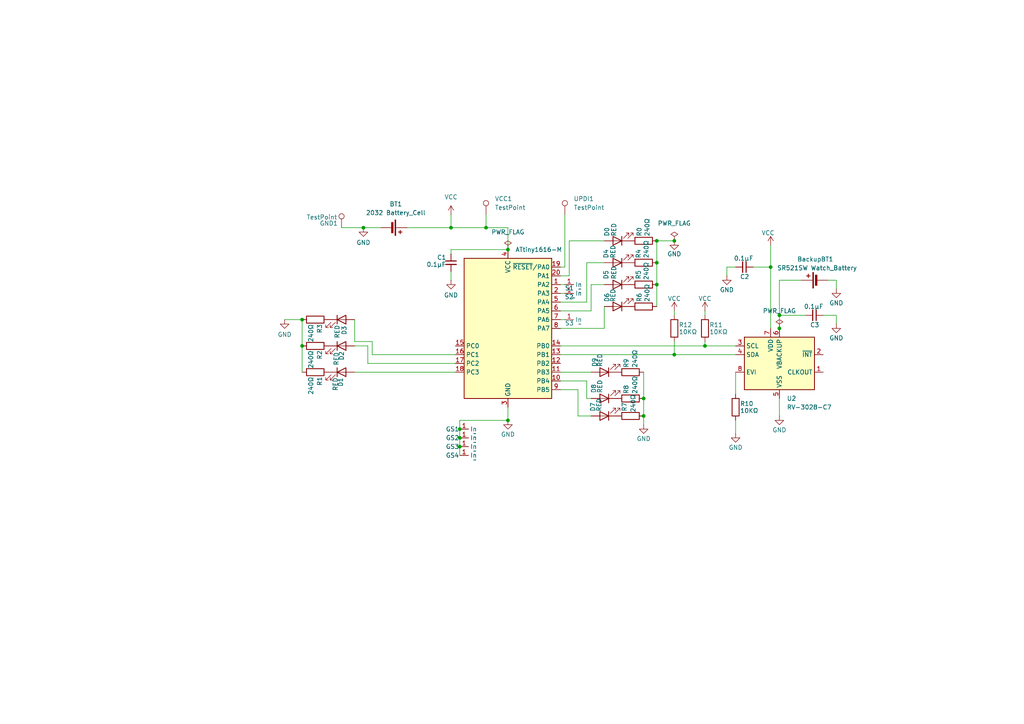
<source format=kicad_sch>
(kicad_sch
	(version 20250114)
	(generator "eeschema")
	(generator_version "9.0")
	(uuid "029570b7-077b-44ef-8580-e3b27abaa8f0")
	(paper "A4")
	(lib_symbols
		(symbol "Connector:Empty_pad"
			(exclude_from_sim no)
			(in_bom yes)
			(on_board yes)
			(property "Reference" "P"
				(at -1.27 0 0)
				(effects
					(font
						(size 1.27 1.27)
					)
				)
			)
			(property "Value" ""
				(at 0 0 0)
				(effects
					(font
						(size 1.27 1.27)
					)
				)
			)
			(property "Footprint" ""
				(at 0 0 0)
				(effects
					(font
						(size 1.27 1.27)
					)
					(hide yes)
				)
			)
			(property "Datasheet" ""
				(at 0 0 0)
				(effects
					(font
						(size 1.27 1.27)
					)
					(hide yes)
				)
			)
			(property "Description" ""
				(at 0 0 0)
				(effects
					(font
						(size 1.27 1.27)
					)
					(hide yes)
				)
			)
			(symbol "Empty_pad_1_1"
				(pin input line
					(at 0 0 0)
					(length 2.54)
					(name "In"
						(effects
							(font
								(size 1.27 1.27)
							)
						)
					)
					(number "1"
						(effects
							(font
								(size 1.27 1.27)
							)
						)
					)
				)
			)
			(embedded_fonts no)
		)
		(symbol "Connector:TestPoint"
			(pin_numbers
				(hide yes)
			)
			(pin_names
				(offset 0.762)
				(hide yes)
			)
			(exclude_from_sim no)
			(in_bom yes)
			(on_board yes)
			(property "Reference" "TP"
				(at 0 6.858 0)
				(effects
					(font
						(size 1.27 1.27)
					)
				)
			)
			(property "Value" "TestPoint"
				(at 0 5.08 0)
				(effects
					(font
						(size 1.27 1.27)
					)
				)
			)
			(property "Footprint" ""
				(at 5.08 0 0)
				(effects
					(font
						(size 1.27 1.27)
					)
					(hide yes)
				)
			)
			(property "Datasheet" "~"
				(at 5.08 0 0)
				(effects
					(font
						(size 1.27 1.27)
					)
					(hide yes)
				)
			)
			(property "Description" "test point"
				(at 0 0 0)
				(effects
					(font
						(size 1.27 1.27)
					)
					(hide yes)
				)
			)
			(property "ki_keywords" "test point tp"
				(at 0 0 0)
				(effects
					(font
						(size 1.27 1.27)
					)
					(hide yes)
				)
			)
			(property "ki_fp_filters" "Pin* Test*"
				(at 0 0 0)
				(effects
					(font
						(size 1.27 1.27)
					)
					(hide yes)
				)
			)
			(symbol "TestPoint_0_1"
				(circle
					(center 0 3.302)
					(radius 0.762)
					(stroke
						(width 0)
						(type default)
					)
					(fill
						(type none)
					)
				)
			)
			(symbol "TestPoint_1_1"
				(pin passive line
					(at 0 0 90)
					(length 2.54)
					(name "1"
						(effects
							(font
								(size 1.27 1.27)
							)
						)
					)
					(number "1"
						(effects
							(font
								(size 1.27 1.27)
							)
						)
					)
				)
			)
			(embedded_fonts no)
		)
		(symbol "Device:Battery_Cell"
			(pin_numbers
				(hide yes)
			)
			(pin_names
				(offset 0)
				(hide yes)
			)
			(exclude_from_sim no)
			(in_bom yes)
			(on_board yes)
			(property "Reference" "BT"
				(at 2.54 2.54 0)
				(effects
					(font
						(size 1.27 1.27)
					)
					(justify left)
				)
			)
			(property "Value" "Battery_Cell"
				(at 2.54 0 0)
				(effects
					(font
						(size 1.27 1.27)
					)
					(justify left)
				)
			)
			(property "Footprint" ""
				(at 0 1.524 90)
				(effects
					(font
						(size 1.27 1.27)
					)
					(hide yes)
				)
			)
			(property "Datasheet" "~"
				(at 0 1.524 90)
				(effects
					(font
						(size 1.27 1.27)
					)
					(hide yes)
				)
			)
			(property "Description" "Single-cell battery"
				(at 0 0 0)
				(effects
					(font
						(size 1.27 1.27)
					)
					(hide yes)
				)
			)
			(property "ki_keywords" "battery cell"
				(at 0 0 0)
				(effects
					(font
						(size 1.27 1.27)
					)
					(hide yes)
				)
			)
			(symbol "Battery_Cell_0_1"
				(rectangle
					(start -2.286 1.778)
					(end 2.286 1.524)
					(stroke
						(width 0)
						(type default)
					)
					(fill
						(type outline)
					)
				)
				(rectangle
					(start -1.524 1.016)
					(end 1.524 0.508)
					(stroke
						(width 0)
						(type default)
					)
					(fill
						(type outline)
					)
				)
				(polyline
					(pts
						(xy 0 1.778) (xy 0 2.54)
					)
					(stroke
						(width 0)
						(type default)
					)
					(fill
						(type none)
					)
				)
				(polyline
					(pts
						(xy 0 0.762) (xy 0 0)
					)
					(stroke
						(width 0)
						(type default)
					)
					(fill
						(type none)
					)
				)
				(polyline
					(pts
						(xy 0.762 3.048) (xy 1.778 3.048)
					)
					(stroke
						(width 0.254)
						(type default)
					)
					(fill
						(type none)
					)
				)
				(polyline
					(pts
						(xy 1.27 3.556) (xy 1.27 2.54)
					)
					(stroke
						(width 0.254)
						(type default)
					)
					(fill
						(type none)
					)
				)
			)
			(symbol "Battery_Cell_1_1"
				(pin passive line
					(at 0 5.08 270)
					(length 2.54)
					(name "+"
						(effects
							(font
								(size 1.27 1.27)
							)
						)
					)
					(number "1"
						(effects
							(font
								(size 1.27 1.27)
							)
						)
					)
				)
				(pin passive line
					(at 0 -2.54 90)
					(length 2.54)
					(name "-"
						(effects
							(font
								(size 1.27 1.27)
							)
						)
					)
					(number "2"
						(effects
							(font
								(size 1.27 1.27)
							)
						)
					)
				)
			)
			(embedded_fonts no)
		)
		(symbol "Device:C_Small"
			(pin_numbers
				(hide yes)
			)
			(pin_names
				(offset 0.254)
				(hide yes)
			)
			(exclude_from_sim no)
			(in_bom yes)
			(on_board yes)
			(property "Reference" "C"
				(at 0.254 1.778 0)
				(effects
					(font
						(size 1.27 1.27)
					)
					(justify left)
				)
			)
			(property "Value" "C_Small"
				(at 0.254 -2.032 0)
				(effects
					(font
						(size 1.27 1.27)
					)
					(justify left)
				)
			)
			(property "Footprint" ""
				(at 0 0 0)
				(effects
					(font
						(size 1.27 1.27)
					)
					(hide yes)
				)
			)
			(property "Datasheet" "~"
				(at 0 0 0)
				(effects
					(font
						(size 1.27 1.27)
					)
					(hide yes)
				)
			)
			(property "Description" "Unpolarized capacitor, small symbol"
				(at 0 0 0)
				(effects
					(font
						(size 1.27 1.27)
					)
					(hide yes)
				)
			)
			(property "ki_keywords" "capacitor cap"
				(at 0 0 0)
				(effects
					(font
						(size 1.27 1.27)
					)
					(hide yes)
				)
			)
			(property "ki_fp_filters" "C_*"
				(at 0 0 0)
				(effects
					(font
						(size 1.27 1.27)
					)
					(hide yes)
				)
			)
			(symbol "C_Small_0_1"
				(polyline
					(pts
						(xy -1.524 0.508) (xy 1.524 0.508)
					)
					(stroke
						(width 0.3048)
						(type default)
					)
					(fill
						(type none)
					)
				)
				(polyline
					(pts
						(xy -1.524 -0.508) (xy 1.524 -0.508)
					)
					(stroke
						(width 0.3302)
						(type default)
					)
					(fill
						(type none)
					)
				)
			)
			(symbol "C_Small_1_1"
				(pin passive line
					(at 0 2.54 270)
					(length 2.032)
					(name "~"
						(effects
							(font
								(size 1.27 1.27)
							)
						)
					)
					(number "1"
						(effects
							(font
								(size 1.27 1.27)
							)
						)
					)
				)
				(pin passive line
					(at 0 -2.54 90)
					(length 2.032)
					(name "~"
						(effects
							(font
								(size 1.27 1.27)
							)
						)
					)
					(number "2"
						(effects
							(font
								(size 1.27 1.27)
							)
						)
					)
				)
			)
			(embedded_fonts no)
		)
		(symbol "Device:LED"
			(pin_numbers
				(hide yes)
			)
			(pin_names
				(offset 1.016)
				(hide yes)
			)
			(exclude_from_sim no)
			(in_bom yes)
			(on_board yes)
			(property "Reference" "D"
				(at 0 2.54 0)
				(effects
					(font
						(size 1.27 1.27)
					)
				)
			)
			(property "Value" "LED"
				(at 0 -2.54 0)
				(effects
					(font
						(size 1.27 1.27)
					)
				)
			)
			(property "Footprint" ""
				(at 0 0 0)
				(effects
					(font
						(size 1.27 1.27)
					)
					(hide yes)
				)
			)
			(property "Datasheet" "~"
				(at 0 0 0)
				(effects
					(font
						(size 1.27 1.27)
					)
					(hide yes)
				)
			)
			(property "Description" "Light emitting diode"
				(at 0 0 0)
				(effects
					(font
						(size 1.27 1.27)
					)
					(hide yes)
				)
			)
			(property "Sim.Pins" "1=K 2=A"
				(at 0 0 0)
				(effects
					(font
						(size 1.27 1.27)
					)
					(hide yes)
				)
			)
			(property "ki_keywords" "LED diode"
				(at 0 0 0)
				(effects
					(font
						(size 1.27 1.27)
					)
					(hide yes)
				)
			)
			(property "ki_fp_filters" "LED* LED_SMD:* LED_THT:*"
				(at 0 0 0)
				(effects
					(font
						(size 1.27 1.27)
					)
					(hide yes)
				)
			)
			(symbol "LED_0_1"
				(polyline
					(pts
						(xy -3.048 -0.762) (xy -4.572 -2.286) (xy -3.81 -2.286) (xy -4.572 -2.286) (xy -4.572 -1.524)
					)
					(stroke
						(width 0)
						(type default)
					)
					(fill
						(type none)
					)
				)
				(polyline
					(pts
						(xy -1.778 -0.762) (xy -3.302 -2.286) (xy -2.54 -2.286) (xy -3.302 -2.286) (xy -3.302 -1.524)
					)
					(stroke
						(width 0)
						(type default)
					)
					(fill
						(type none)
					)
				)
				(polyline
					(pts
						(xy -1.27 0) (xy 1.27 0)
					)
					(stroke
						(width 0)
						(type default)
					)
					(fill
						(type none)
					)
				)
				(polyline
					(pts
						(xy -1.27 -1.27) (xy -1.27 1.27)
					)
					(stroke
						(width 0.254)
						(type default)
					)
					(fill
						(type none)
					)
				)
				(polyline
					(pts
						(xy 1.27 -1.27) (xy 1.27 1.27) (xy -1.27 0) (xy 1.27 -1.27)
					)
					(stroke
						(width 0.254)
						(type default)
					)
					(fill
						(type none)
					)
				)
			)
			(symbol "LED_1_1"
				(pin passive line
					(at -3.81 0 0)
					(length 2.54)
					(name "K"
						(effects
							(font
								(size 1.27 1.27)
							)
						)
					)
					(number "1"
						(effects
							(font
								(size 1.27 1.27)
							)
						)
					)
				)
				(pin passive line
					(at 3.81 0 180)
					(length 2.54)
					(name "A"
						(effects
							(font
								(size 1.27 1.27)
							)
						)
					)
					(number "2"
						(effects
							(font
								(size 1.27 1.27)
							)
						)
					)
				)
			)
			(embedded_fonts no)
		)
		(symbol "Device:R"
			(pin_numbers
				(hide yes)
			)
			(pin_names
				(offset 0)
			)
			(exclude_from_sim no)
			(in_bom yes)
			(on_board yes)
			(property "Reference" "R"
				(at 2.032 0 90)
				(effects
					(font
						(size 1.27 1.27)
					)
				)
			)
			(property "Value" "R"
				(at 0 0 90)
				(effects
					(font
						(size 1.27 1.27)
					)
				)
			)
			(property "Footprint" ""
				(at -1.778 0 90)
				(effects
					(font
						(size 1.27 1.27)
					)
					(hide yes)
				)
			)
			(property "Datasheet" "~"
				(at 0 0 0)
				(effects
					(font
						(size 1.27 1.27)
					)
					(hide yes)
				)
			)
			(property "Description" "Resistor"
				(at 0 0 0)
				(effects
					(font
						(size 1.27 1.27)
					)
					(hide yes)
				)
			)
			(property "ki_keywords" "R res resistor"
				(at 0 0 0)
				(effects
					(font
						(size 1.27 1.27)
					)
					(hide yes)
				)
			)
			(property "ki_fp_filters" "R_*"
				(at 0 0 0)
				(effects
					(font
						(size 1.27 1.27)
					)
					(hide yes)
				)
			)
			(symbol "R_0_1"
				(rectangle
					(start -1.016 -2.54)
					(end 1.016 2.54)
					(stroke
						(width 0.254)
						(type default)
					)
					(fill
						(type none)
					)
				)
			)
			(symbol "R_1_1"
				(pin passive line
					(at 0 3.81 270)
					(length 1.27)
					(name "~"
						(effects
							(font
								(size 1.27 1.27)
							)
						)
					)
					(number "1"
						(effects
							(font
								(size 1.27 1.27)
							)
						)
					)
				)
				(pin passive line
					(at 0 -3.81 90)
					(length 1.27)
					(name "~"
						(effects
							(font
								(size 1.27 1.27)
							)
						)
					)
					(number "2"
						(effects
							(font
								(size 1.27 1.27)
							)
						)
					)
				)
			)
			(embedded_fonts no)
		)
		(symbol "MCU_Microchip_ATtiny:ATtiny1616-M"
			(exclude_from_sim no)
			(in_bom yes)
			(on_board yes)
			(property "Reference" "U"
				(at -12.7 21.59 0)
				(effects
					(font
						(size 1.27 1.27)
					)
					(justify left bottom)
				)
			)
			(property "Value" "ATtiny1616-M"
				(at 2.54 -21.59 0)
				(effects
					(font
						(size 1.27 1.27)
					)
					(justify left top)
				)
			)
			(property "Footprint" "Package_DFN_QFN:VQFN-20-1EP_3x3mm_P0.4mm_EP1.7x1.7mm"
				(at 0 0 0)
				(effects
					(font
						(size 1.27 1.27)
						(italic yes)
					)
					(hide yes)
				)
			)
			(property "Datasheet" "http://ww1.microchip.com/downloads/en/DeviceDoc/ATtiny3216_ATtiny1616-data-sheet-40001997B.pdf"
				(at 0 0 0)
				(effects
					(font
						(size 1.27 1.27)
					)
					(hide yes)
				)
			)
			(property "Description" "20MHz, 16kB Flash, 2kB SRAM, 256B EEPROM, VQFN-20"
				(at 0 0 0)
				(effects
					(font
						(size 1.27 1.27)
					)
					(hide yes)
				)
			)
			(property "ki_keywords" "AVR 8bit Microcontroller tinyAVR"
				(at 0 0 0)
				(effects
					(font
						(size 1.27 1.27)
					)
					(hide yes)
				)
			)
			(property "ki_fp_filters" "VQFN*1EP*3x3mm*P0.4mm*"
				(at 0 0 0)
				(effects
					(font
						(size 1.27 1.27)
					)
					(hide yes)
				)
			)
			(symbol "ATtiny1616-M_0_1"
				(rectangle
					(start -12.7 -20.32)
					(end 12.7 20.32)
					(stroke
						(width 0.254)
						(type default)
					)
					(fill
						(type background)
					)
				)
			)
			(symbol "ATtiny1616-M_1_1"
				(pin bidirectional line
					(at -15.24 -5.08 0)
					(length 2.54)
					(name "PC0"
						(effects
							(font
								(size 1.27 1.27)
							)
						)
					)
					(number "15"
						(effects
							(font
								(size 1.27 1.27)
							)
						)
					)
				)
				(pin bidirectional line
					(at -15.24 -7.62 0)
					(length 2.54)
					(name "PC1"
						(effects
							(font
								(size 1.27 1.27)
							)
						)
					)
					(number "16"
						(effects
							(font
								(size 1.27 1.27)
							)
						)
					)
				)
				(pin bidirectional line
					(at -15.24 -10.16 0)
					(length 2.54)
					(name "PC2"
						(effects
							(font
								(size 1.27 1.27)
							)
						)
					)
					(number "17"
						(effects
							(font
								(size 1.27 1.27)
							)
						)
					)
				)
				(pin bidirectional line
					(at -15.24 -12.7 0)
					(length 2.54)
					(name "PC3"
						(effects
							(font
								(size 1.27 1.27)
							)
						)
					)
					(number "18"
						(effects
							(font
								(size 1.27 1.27)
							)
						)
					)
				)
				(pin power_in line
					(at 0 22.86 270)
					(length 2.54)
					(name "VCC"
						(effects
							(font
								(size 1.27 1.27)
							)
						)
					)
					(number "4"
						(effects
							(font
								(size 1.27 1.27)
							)
						)
					)
				)
				(pin passive line
					(at 0 -22.86 90)
					(length 2.54)
					(hide yes)
					(name "GND"
						(effects
							(font
								(size 1.27 1.27)
							)
						)
					)
					(number "21"
						(effects
							(font
								(size 1.27 1.27)
							)
						)
					)
				)
				(pin power_in line
					(at 0 -22.86 90)
					(length 2.54)
					(name "GND"
						(effects
							(font
								(size 1.27 1.27)
							)
						)
					)
					(number "3"
						(effects
							(font
								(size 1.27 1.27)
							)
						)
					)
				)
				(pin bidirectional line
					(at 15.24 17.78 180)
					(length 2.54)
					(name "~{RESET}/PA0"
						(effects
							(font
								(size 1.27 1.27)
							)
						)
					)
					(number "19"
						(effects
							(font
								(size 1.27 1.27)
							)
						)
					)
				)
				(pin bidirectional line
					(at 15.24 15.24 180)
					(length 2.54)
					(name "PA1"
						(effects
							(font
								(size 1.27 1.27)
							)
						)
					)
					(number "20"
						(effects
							(font
								(size 1.27 1.27)
							)
						)
					)
				)
				(pin bidirectional line
					(at 15.24 12.7 180)
					(length 2.54)
					(name "PA2"
						(effects
							(font
								(size 1.27 1.27)
							)
						)
					)
					(number "1"
						(effects
							(font
								(size 1.27 1.27)
							)
						)
					)
				)
				(pin bidirectional line
					(at 15.24 10.16 180)
					(length 2.54)
					(name "PA3"
						(effects
							(font
								(size 1.27 1.27)
							)
						)
					)
					(number "2"
						(effects
							(font
								(size 1.27 1.27)
							)
						)
					)
				)
				(pin bidirectional line
					(at 15.24 7.62 180)
					(length 2.54)
					(name "PA4"
						(effects
							(font
								(size 1.27 1.27)
							)
						)
					)
					(number "5"
						(effects
							(font
								(size 1.27 1.27)
							)
						)
					)
				)
				(pin bidirectional line
					(at 15.24 5.08 180)
					(length 2.54)
					(name "PA5"
						(effects
							(font
								(size 1.27 1.27)
							)
						)
					)
					(number "6"
						(effects
							(font
								(size 1.27 1.27)
							)
						)
					)
				)
				(pin bidirectional line
					(at 15.24 2.54 180)
					(length 2.54)
					(name "PA6"
						(effects
							(font
								(size 1.27 1.27)
							)
						)
					)
					(number "7"
						(effects
							(font
								(size 1.27 1.27)
							)
						)
					)
				)
				(pin bidirectional line
					(at 15.24 0 180)
					(length 2.54)
					(name "PA7"
						(effects
							(font
								(size 1.27 1.27)
							)
						)
					)
					(number "8"
						(effects
							(font
								(size 1.27 1.27)
							)
						)
					)
				)
				(pin bidirectional line
					(at 15.24 -5.08 180)
					(length 2.54)
					(name "PB0"
						(effects
							(font
								(size 1.27 1.27)
							)
						)
					)
					(number "14"
						(effects
							(font
								(size 1.27 1.27)
							)
						)
					)
				)
				(pin bidirectional line
					(at 15.24 -7.62 180)
					(length 2.54)
					(name "PB1"
						(effects
							(font
								(size 1.27 1.27)
							)
						)
					)
					(number "13"
						(effects
							(font
								(size 1.27 1.27)
							)
						)
					)
				)
				(pin bidirectional line
					(at 15.24 -10.16 180)
					(length 2.54)
					(name "PB2"
						(effects
							(font
								(size 1.27 1.27)
							)
						)
					)
					(number "12"
						(effects
							(font
								(size 1.27 1.27)
							)
						)
					)
				)
				(pin bidirectional line
					(at 15.24 -12.7 180)
					(length 2.54)
					(name "PB3"
						(effects
							(font
								(size 1.27 1.27)
							)
						)
					)
					(number "11"
						(effects
							(font
								(size 1.27 1.27)
							)
						)
					)
				)
				(pin bidirectional line
					(at 15.24 -15.24 180)
					(length 2.54)
					(name "PB4"
						(effects
							(font
								(size 1.27 1.27)
							)
						)
					)
					(number "10"
						(effects
							(font
								(size 1.27 1.27)
							)
						)
					)
				)
				(pin bidirectional line
					(at 15.24 -17.78 180)
					(length 2.54)
					(name "PB5"
						(effects
							(font
								(size 1.27 1.27)
							)
						)
					)
					(number "9"
						(effects
							(font
								(size 1.27 1.27)
							)
						)
					)
				)
			)
			(embedded_fonts no)
		)
		(symbol "Timer_RTC:RV-3028-C7"
			(exclude_from_sim no)
			(in_bom yes)
			(on_board yes)
			(property "Reference" "U"
				(at -8.89 8.89 0)
				(effects
					(font
						(size 1.27 1.27)
					)
				)
			)
			(property "Value" "RV-3028-C7"
				(at 7.62 8.89 0)
				(effects
					(font
						(size 1.27 1.27)
					)
				)
			)
			(property "Footprint" "Package_SON:MicroCrystal_C7_SON-8_1.5x3.2mm_P0.9mm"
				(at 25.4 -8.89 0)
				(effects
					(font
						(size 1.27 1.27)
					)
					(hide yes)
				)
			)
			(property "Datasheet" "https://www.microcrystal.com/fileadmin/Media/Products/RTC/Datasheet/RV-3028-C7.pdf"
				(at 0 0 0)
				(effects
					(font
						(size 1.27 1.27)
					)
					(hide yes)
				)
			)
			(property "Description" "Realtime Clock/Calendar I2C Interface, Extreme Low Power, 1.1 V to 5.5 V, MicroCrystal C7"
				(at 0 0 0)
				(effects
					(font
						(size 1.27 1.27)
					)
					(hide yes)
				)
			)
			(property "ki_keywords" "Low-power RTC I2C"
				(at 0 0 0)
				(effects
					(font
						(size 1.27 1.27)
					)
					(hide yes)
				)
			)
			(property "ki_fp_filters" "MicroCrystal*C7*1.5x3.2mm*"
				(at 0 0 0)
				(effects
					(font
						(size 1.27 1.27)
					)
					(hide yes)
				)
			)
			(symbol "RV-3028-C7_0_1"
				(rectangle
					(start -10.16 7.62)
					(end 10.16 -7.62)
					(stroke
						(width 0.254)
						(type default)
					)
					(fill
						(type background)
					)
				)
			)
			(symbol "RV-3028-C7_1_1"
				(pin input line
					(at -12.7 5.08 0)
					(length 2.54)
					(name "SCL"
						(effects
							(font
								(size 1.27 1.27)
							)
						)
					)
					(number "3"
						(effects
							(font
								(size 1.27 1.27)
							)
						)
					)
				)
				(pin bidirectional line
					(at -12.7 2.54 0)
					(length 2.54)
					(name "SDA"
						(effects
							(font
								(size 1.27 1.27)
							)
						)
					)
					(number "4"
						(effects
							(font
								(size 1.27 1.27)
							)
						)
					)
				)
				(pin input line
					(at -12.7 -2.54 0)
					(length 2.54)
					(name "EVI"
						(effects
							(font
								(size 1.27 1.27)
							)
						)
					)
					(number "8"
						(effects
							(font
								(size 1.27 1.27)
							)
						)
					)
				)
				(pin power_in line
					(at -2.54 10.16 270)
					(length 2.54)
					(name "VDD"
						(effects
							(font
								(size 1.27 1.27)
							)
						)
					)
					(number "7"
						(effects
							(font
								(size 1.27 1.27)
							)
						)
					)
				)
				(pin power_in line
					(at 0 10.16 270)
					(length 2.54)
					(name "VBACKUP"
						(effects
							(font
								(size 1.27 1.27)
							)
						)
					)
					(number "6"
						(effects
							(font
								(size 1.27 1.27)
							)
						)
					)
				)
				(pin power_in line
					(at 0 -10.16 90)
					(length 2.54)
					(name "VSS"
						(effects
							(font
								(size 1.27 1.27)
							)
						)
					)
					(number "5"
						(effects
							(font
								(size 1.27 1.27)
							)
						)
					)
				)
				(pin open_collector line
					(at 12.7 2.54 180)
					(length 2.54)
					(name "~{INT}"
						(effects
							(font
								(size 1.27 1.27)
							)
						)
					)
					(number "2"
						(effects
							(font
								(size 1.27 1.27)
							)
						)
					)
				)
				(pin output line
					(at 12.7 -2.54 180)
					(length 2.54)
					(name "CLKOUT"
						(effects
							(font
								(size 1.27 1.27)
							)
						)
					)
					(number "1"
						(effects
							(font
								(size 1.27 1.27)
							)
						)
					)
				)
			)
			(embedded_fonts no)
		)
		(symbol "power:GND"
			(power)
			(pin_numbers
				(hide yes)
			)
			(pin_names
				(offset 0)
				(hide yes)
			)
			(exclude_from_sim no)
			(in_bom yes)
			(on_board yes)
			(property "Reference" "#PWR"
				(at 0 -6.35 0)
				(effects
					(font
						(size 1.27 1.27)
					)
					(hide yes)
				)
			)
			(property "Value" "GND"
				(at 0 -3.81 0)
				(effects
					(font
						(size 1.27 1.27)
					)
				)
			)
			(property "Footprint" ""
				(at 0 0 0)
				(effects
					(font
						(size 1.27 1.27)
					)
					(hide yes)
				)
			)
			(property "Datasheet" ""
				(at 0 0 0)
				(effects
					(font
						(size 1.27 1.27)
					)
					(hide yes)
				)
			)
			(property "Description" "Power symbol creates a global label with name \"GND\" , ground"
				(at 0 0 0)
				(effects
					(font
						(size 1.27 1.27)
					)
					(hide yes)
				)
			)
			(property "ki_keywords" "global power"
				(at 0 0 0)
				(effects
					(font
						(size 1.27 1.27)
					)
					(hide yes)
				)
			)
			(symbol "GND_0_1"
				(polyline
					(pts
						(xy 0 0) (xy 0 -1.27) (xy 1.27 -1.27) (xy 0 -2.54) (xy -1.27 -1.27) (xy 0 -1.27)
					)
					(stroke
						(width 0)
						(type default)
					)
					(fill
						(type none)
					)
				)
			)
			(symbol "GND_1_1"
				(pin power_in line
					(at 0 0 270)
					(length 0)
					(name "~"
						(effects
							(font
								(size 1.27 1.27)
							)
						)
					)
					(number "1"
						(effects
							(font
								(size 1.27 1.27)
							)
						)
					)
				)
			)
			(embedded_fonts no)
		)
		(symbol "power:PWR_FLAG"
			(power)
			(pin_numbers
				(hide yes)
			)
			(pin_names
				(offset 0)
				(hide yes)
			)
			(exclude_from_sim no)
			(in_bom yes)
			(on_board yes)
			(property "Reference" "#FLG"
				(at 0 1.905 0)
				(effects
					(font
						(size 1.27 1.27)
					)
					(hide yes)
				)
			)
			(property "Value" "PWR_FLAG"
				(at 0 3.81 0)
				(effects
					(font
						(size 1.27 1.27)
					)
				)
			)
			(property "Footprint" ""
				(at 0 0 0)
				(effects
					(font
						(size 1.27 1.27)
					)
					(hide yes)
				)
			)
			(property "Datasheet" "~"
				(at 0 0 0)
				(effects
					(font
						(size 1.27 1.27)
					)
					(hide yes)
				)
			)
			(property "Description" "Special symbol for telling ERC where power comes from"
				(at 0 0 0)
				(effects
					(font
						(size 1.27 1.27)
					)
					(hide yes)
				)
			)
			(property "ki_keywords" "flag power"
				(at 0 0 0)
				(effects
					(font
						(size 1.27 1.27)
					)
					(hide yes)
				)
			)
			(symbol "PWR_FLAG_0_0"
				(pin power_out line
					(at 0 0 90)
					(length 0)
					(name "~"
						(effects
							(font
								(size 1.27 1.27)
							)
						)
					)
					(number "1"
						(effects
							(font
								(size 1.27 1.27)
							)
						)
					)
				)
			)
			(symbol "PWR_FLAG_0_1"
				(polyline
					(pts
						(xy 0 0) (xy 0 1.27) (xy -1.016 1.905) (xy 0 2.54) (xy 1.016 1.905) (xy 0 1.27)
					)
					(stroke
						(width 0)
						(type default)
					)
					(fill
						(type none)
					)
				)
			)
			(embedded_fonts no)
		)
		(symbol "power:VCC"
			(power)
			(pin_numbers
				(hide yes)
			)
			(pin_names
				(offset 0)
				(hide yes)
			)
			(exclude_from_sim no)
			(in_bom yes)
			(on_board yes)
			(property "Reference" "#PWR"
				(at 0 -3.81 0)
				(effects
					(font
						(size 1.27 1.27)
					)
					(hide yes)
				)
			)
			(property "Value" "VCC"
				(at 0 3.556 0)
				(effects
					(font
						(size 1.27 1.27)
					)
				)
			)
			(property "Footprint" ""
				(at 0 0 0)
				(effects
					(font
						(size 1.27 1.27)
					)
					(hide yes)
				)
			)
			(property "Datasheet" ""
				(at 0 0 0)
				(effects
					(font
						(size 1.27 1.27)
					)
					(hide yes)
				)
			)
			(property "Description" "Power symbol creates a global label with name \"VCC\""
				(at 0 0 0)
				(effects
					(font
						(size 1.27 1.27)
					)
					(hide yes)
				)
			)
			(property "ki_keywords" "global power"
				(at 0 0 0)
				(effects
					(font
						(size 1.27 1.27)
					)
					(hide yes)
				)
			)
			(symbol "VCC_0_1"
				(polyline
					(pts
						(xy -0.762 1.27) (xy 0 2.54)
					)
					(stroke
						(width 0)
						(type default)
					)
					(fill
						(type none)
					)
				)
				(polyline
					(pts
						(xy 0 2.54) (xy 0.762 1.27)
					)
					(stroke
						(width 0)
						(type default)
					)
					(fill
						(type none)
					)
				)
				(polyline
					(pts
						(xy 0 0) (xy 0 2.54)
					)
					(stroke
						(width 0)
						(type default)
					)
					(fill
						(type none)
					)
				)
			)
			(symbol "VCC_1_1"
				(pin power_in line
					(at 0 0 90)
					(length 0)
					(name "~"
						(effects
							(font
								(size 1.27 1.27)
							)
						)
					)
					(number "1"
						(effects
							(font
								(size 1.27 1.27)
							)
						)
					)
				)
			)
			(embedded_fonts no)
		)
	)
	(junction
		(at 133.35 127)
		(diameter 0)
		(color 0 0 0 0)
		(uuid "0a21d4b8-78f3-4522-b458-e1d01d54735e")
	)
	(junction
		(at 140.97 66.04)
		(diameter 0)
		(color 0 0 0 0)
		(uuid "1b2706eb-6d77-4922-bf38-12626c1a3d6e")
	)
	(junction
		(at 204.47 100.33)
		(diameter 0)
		(color 0 0 0 0)
		(uuid "2269587e-546b-4a2b-9342-1539cc2dabdc")
	)
	(junction
		(at 87.63 100.33)
		(diameter 0)
		(color 0 0 0 0)
		(uuid "28c8bce6-e4ef-4ea6-9c61-1e65467abf0e")
	)
	(junction
		(at 226.06 95.25)
		(diameter 0)
		(color 0 0 0 0)
		(uuid "5bcd73ef-b2f1-41de-b26c-0cfb6ee647ca")
	)
	(junction
		(at 147.32 121.92)
		(diameter 0)
		(color 0 0 0 0)
		(uuid "71b9d771-9a9f-4f90-b459-95ff417031da")
	)
	(junction
		(at 133.35 124.46)
		(diameter 0)
		(color 0 0 0 0)
		(uuid "7427c807-305b-4910-948d-fad3bbed98f1")
	)
	(junction
		(at 226.06 91.44)
		(diameter 0)
		(color 0 0 0 0)
		(uuid "8567c1e4-53fc-4e2f-85db-1d93f8282835")
	)
	(junction
		(at 190.5 69.85)
		(diameter 0)
		(color 0 0 0 0)
		(uuid "894cddc9-0859-4be7-87d4-6ad37e824286")
	)
	(junction
		(at 186.69 120.65)
		(diameter 0)
		(color 0 0 0 0)
		(uuid "8fd8f527-7511-4fb8-bf9b-e478d9bc63d2")
	)
	(junction
		(at 190.5 82.55)
		(diameter 0)
		(color 0 0 0 0)
		(uuid "9f1c29cd-bad5-40c3-818c-98a32eb5de20")
	)
	(junction
		(at 87.63 92.71)
		(diameter 0)
		(color 0 0 0 0)
		(uuid "a319a3f7-dc88-4d96-ba32-9d3bfb1932ec")
	)
	(junction
		(at 130.81 66.04)
		(diameter 0)
		(color 0 0 0 0)
		(uuid "b86f6457-3f50-4bdb-91fb-3b76370c25b1")
	)
	(junction
		(at 195.58 102.87)
		(diameter 0)
		(color 0 0 0 0)
		(uuid "be3dbdbb-0b83-41f2-8d76-3ddb8b668208")
	)
	(junction
		(at 105.41 66.04)
		(diameter 0)
		(color 0 0 0 0)
		(uuid "c53be48b-111f-45c3-95a2-1a5b0aecb916")
	)
	(junction
		(at 190.5 76.2)
		(diameter 0)
		(color 0 0 0 0)
		(uuid "d35b5aeb-6a3e-484b-a4cf-37621d555b86")
	)
	(junction
		(at 195.58 69.85)
		(diameter 0)
		(color 0 0 0 0)
		(uuid "d944099e-1b70-4843-83cc-a06b7629a980")
	)
	(junction
		(at 186.69 115.57)
		(diameter 0)
		(color 0 0 0 0)
		(uuid "dd696979-a6b5-4771-8d3b-30d3f56286f2")
	)
	(junction
		(at 223.52 77.47)
		(diameter 0)
		(color 0 0 0 0)
		(uuid "f0423531-8c34-461c-8237-ec6d35d23c86")
	)
	(junction
		(at 133.35 129.54)
		(diameter 0)
		(color 0 0 0 0)
		(uuid "f55c33ea-6345-4b44-84d7-e5fbc32aaffa")
	)
	(junction
		(at 147.32 72.39)
		(diameter 0)
		(color 0 0 0 0)
		(uuid "f7e27dc2-5a62-4c6b-bc05-d53d9800a56e")
	)
	(wire
		(pts
			(xy 105.41 66.04) (xy 110.49 66.04)
		)
		(stroke
			(width 0)
			(type default)
		)
		(uuid "12c28e54-3d81-4e2e-8266-7dbb0e0dec7a")
	)
	(wire
		(pts
			(xy 163.83 62.23) (xy 163.83 77.47)
		)
		(stroke
			(width 0)
			(type default)
		)
		(uuid "139704ad-df3d-4bdf-ab81-4f885f2688b3")
	)
	(wire
		(pts
			(xy 130.81 62.23) (xy 130.81 66.04)
		)
		(stroke
			(width 0)
			(type default)
		)
		(uuid "140577d7-3832-4aef-812b-750e38440dc8")
	)
	(wire
		(pts
			(xy 162.56 80.01) (xy 165.1 80.01)
		)
		(stroke
			(width 0)
			(type default)
		)
		(uuid "17a89cd9-9bef-4e84-a97a-7ab6267aa25c")
	)
	(wire
		(pts
			(xy 162.56 82.55) (xy 163.83 82.55)
		)
		(stroke
			(width 0)
			(type default)
		)
		(uuid "180a8339-d0e7-402a-adc9-4be5e95dcd2e")
	)
	(wire
		(pts
			(xy 213.36 77.47) (xy 210.82 77.47)
		)
		(stroke
			(width 0)
			(type default)
		)
		(uuid "19a56320-a774-48a6-9c40-1e1345ebd5b1")
	)
	(wire
		(pts
			(xy 190.5 82.55) (xy 190.5 88.9)
		)
		(stroke
			(width 0)
			(type default)
		)
		(uuid "1b137de2-7841-46d4-98f3-d01c74779165")
	)
	(wire
		(pts
			(xy 147.32 66.04) (xy 147.32 72.39)
		)
		(stroke
			(width 0)
			(type default)
		)
		(uuid "1c0dcf0c-4009-41f0-b8a7-4fa14f5a3ebf")
	)
	(wire
		(pts
			(xy 171.45 90.17) (xy 171.45 82.55)
		)
		(stroke
			(width 0)
			(type default)
		)
		(uuid "1d941204-caca-429a-b64d-325c0433b01e")
	)
	(wire
		(pts
			(xy 226.06 91.44) (xy 233.68 91.44)
		)
		(stroke
			(width 0)
			(type default)
		)
		(uuid "1e30d912-410e-4813-89cd-86e233f506a8")
	)
	(wire
		(pts
			(xy 87.63 92.71) (xy 87.63 100.33)
		)
		(stroke
			(width 0)
			(type default)
		)
		(uuid "1f384757-fb30-4017-9435-3b6af7bf92c1")
	)
	(wire
		(pts
			(xy 102.87 107.95) (xy 132.08 107.95)
		)
		(stroke
			(width 0)
			(type default)
		)
		(uuid "2223bd1d-259d-48a1-9220-d6db5a5ec689")
	)
	(wire
		(pts
			(xy 223.52 77.47) (xy 223.52 95.25)
		)
		(stroke
			(width 0)
			(type default)
		)
		(uuid "239418f0-526c-4625-ba34-8889bf5d1c1b")
	)
	(wire
		(pts
			(xy 162.56 77.47) (xy 163.83 77.47)
		)
		(stroke
			(width 0)
			(type default)
		)
		(uuid "23c6d423-9d4d-4466-ab99-843038325c10")
	)
	(wire
		(pts
			(xy 232.41 81.28) (xy 226.06 81.28)
		)
		(stroke
			(width 0)
			(type default)
		)
		(uuid "2b60e7a5-c856-4642-ac8a-232b66df3ade")
	)
	(wire
		(pts
			(xy 133.35 127) (xy 133.35 129.54)
		)
		(stroke
			(width 0)
			(type default)
		)
		(uuid "2cda60cf-e996-47e9-bf5c-64a4000c579f")
	)
	(wire
		(pts
			(xy 223.52 71.12) (xy 223.52 77.47)
		)
		(stroke
			(width 0)
			(type default)
		)
		(uuid "2d53b311-04a4-4636-82cf-47d1b53ad753")
	)
	(wire
		(pts
			(xy 218.44 77.47) (xy 223.52 77.47)
		)
		(stroke
			(width 0)
			(type default)
		)
		(uuid "348c3463-4f26-4a99-93d1-95f991700d86")
	)
	(wire
		(pts
			(xy 162.56 100.33) (xy 204.47 100.33)
		)
		(stroke
			(width 0)
			(type default)
		)
		(uuid "3f1a0b28-fba6-4598-8d4f-6c0ddb8b6666")
	)
	(wire
		(pts
			(xy 162.56 107.95) (xy 171.45 107.95)
		)
		(stroke
			(width 0)
			(type default)
		)
		(uuid "4aeff10e-436d-43a3-a955-16f38cf16a2a")
	)
	(wire
		(pts
			(xy 226.06 81.28) (xy 226.06 91.44)
		)
		(stroke
			(width 0)
			(type default)
		)
		(uuid "4ec9cb99-392c-49be-a8dc-fe8c3ca5a919")
	)
	(wire
		(pts
			(xy 171.45 82.55) (xy 175.26 82.55)
		)
		(stroke
			(width 0)
			(type default)
		)
		(uuid "50537e8f-5987-4761-8c67-a0e8f6187b8e")
	)
	(wire
		(pts
			(xy 162.56 110.49) (xy 170.18 110.49)
		)
		(stroke
			(width 0)
			(type default)
		)
		(uuid "630ee007-5b52-4c58-a925-709105145bd8")
	)
	(wire
		(pts
			(xy 140.97 62.23) (xy 140.97 66.04)
		)
		(stroke
			(width 0)
			(type default)
		)
		(uuid "63a773fb-1d91-4fdd-97a3-33251b12f592")
	)
	(wire
		(pts
			(xy 186.69 120.65) (xy 186.69 123.19)
		)
		(stroke
			(width 0)
			(type default)
		)
		(uuid "6a5af6ce-bcc3-4b27-a1ff-564be1bbee6e")
	)
	(wire
		(pts
			(xy 167.64 120.65) (xy 171.45 120.65)
		)
		(stroke
			(width 0)
			(type default)
		)
		(uuid "6edf0a5a-5e6b-4532-af65-fa175be81b4f")
	)
	(wire
		(pts
			(xy 102.87 92.71) (xy 102.87 99.06)
		)
		(stroke
			(width 0)
			(type default)
		)
		(uuid "70bd30a9-0c40-471e-9fdb-3cdfa7d921a0")
	)
	(wire
		(pts
			(xy 186.69 107.95) (xy 186.69 115.57)
		)
		(stroke
			(width 0)
			(type default)
		)
		(uuid "7191a2e3-5e50-4a8e-82ba-c7d72999ab0e")
	)
	(wire
		(pts
			(xy 195.58 90.17) (xy 195.58 91.44)
		)
		(stroke
			(width 0)
			(type default)
		)
		(uuid "73241b30-ab8b-494f-a009-422e0be0cc48")
	)
	(wire
		(pts
			(xy 226.06 91.44) (xy 226.06 95.25)
		)
		(stroke
			(width 0)
			(type default)
		)
		(uuid "73c0e254-e18c-4a27-9498-eca914e0bc46")
	)
	(wire
		(pts
			(xy 133.35 124.46) (xy 133.35 127)
		)
		(stroke
			(width 0)
			(type default)
		)
		(uuid "769ccabf-2f39-41c9-9e06-ae8f5ada2bc2")
	)
	(wire
		(pts
			(xy 87.63 100.33) (xy 87.63 107.95)
		)
		(stroke
			(width 0)
			(type default)
		)
		(uuid "774d43e5-844e-416a-b3da-c305667552aa")
	)
	(wire
		(pts
			(xy 242.57 81.28) (xy 242.57 83.82)
		)
		(stroke
			(width 0)
			(type default)
		)
		(uuid "7c576ace-c6ec-4c86-9960-0bd6842639bf")
	)
	(wire
		(pts
			(xy 82.55 92.71) (xy 87.63 92.71)
		)
		(stroke
			(width 0)
			(type default)
		)
		(uuid "7f8b35a5-6c18-49e9-872c-aff8f79ed542")
	)
	(wire
		(pts
			(xy 162.56 102.87) (xy 195.58 102.87)
		)
		(stroke
			(width 0)
			(type default)
		)
		(uuid "8825477e-01f5-49ee-8846-9c57dff338c9")
	)
	(wire
		(pts
			(xy 133.35 129.54) (xy 133.35 132.08)
		)
		(stroke
			(width 0)
			(type default)
		)
		(uuid "88df36bf-b44d-471c-9619-96139fb3d91a")
	)
	(wire
		(pts
			(xy 195.58 99.06) (xy 195.58 102.87)
		)
		(stroke
			(width 0)
			(type default)
		)
		(uuid "893a11f8-efc0-4919-af0c-d684cd5d18f6")
	)
	(wire
		(pts
			(xy 118.11 66.04) (xy 130.81 66.04)
		)
		(stroke
			(width 0)
			(type default)
		)
		(uuid "8a478039-0289-4842-a636-e11cedbc8cbd")
	)
	(wire
		(pts
			(xy 240.03 81.28) (xy 242.57 81.28)
		)
		(stroke
			(width 0)
			(type default)
		)
		(uuid "8b051553-8cb0-4d74-bab1-c9bafa2aec06")
	)
	(wire
		(pts
			(xy 190.5 76.2) (xy 190.5 82.55)
		)
		(stroke
			(width 0)
			(type default)
		)
		(uuid "8bd3b4ca-ef04-477b-b7c9-bc2c5b584137")
	)
	(wire
		(pts
			(xy 186.69 115.57) (xy 186.69 120.65)
		)
		(stroke
			(width 0)
			(type default)
		)
		(uuid "8cb0693d-f86e-4236-bab4-2d7dca79f3f2")
	)
	(wire
		(pts
			(xy 162.56 85.09) (xy 163.83 85.09)
		)
		(stroke
			(width 0)
			(type default)
		)
		(uuid "8ed403f7-bf98-4cac-ad47-aa074719af1b")
	)
	(wire
		(pts
			(xy 167.64 113.03) (xy 167.64 120.65)
		)
		(stroke
			(width 0)
			(type default)
		)
		(uuid "8fa22a21-3416-44b2-9b70-70fb9f2dccf1")
	)
	(wire
		(pts
			(xy 170.18 76.2) (xy 175.26 76.2)
		)
		(stroke
			(width 0)
			(type default)
		)
		(uuid "9073ac66-6969-493b-a0d3-cd6e117e3ae7")
	)
	(wire
		(pts
			(xy 107.95 102.87) (xy 107.95 99.06)
		)
		(stroke
			(width 0)
			(type default)
		)
		(uuid "91ab9a44-d5c2-4bf1-a8f0-02311f7e28a0")
	)
	(wire
		(pts
			(xy 190.5 69.85) (xy 195.58 69.85)
		)
		(stroke
			(width 0)
			(type default)
		)
		(uuid "93dcefe3-e863-48b8-9f05-9c655cfecae0")
	)
	(wire
		(pts
			(xy 165.1 69.85) (xy 175.26 69.85)
		)
		(stroke
			(width 0)
			(type default)
		)
		(uuid "942bfe59-9cc0-4820-aade-213c34e97696")
	)
	(wire
		(pts
			(xy 213.36 107.95) (xy 213.36 114.3)
		)
		(stroke
			(width 0)
			(type default)
		)
		(uuid "94a1a84c-ab82-4f46-9c46-904ac32693ed")
	)
	(wire
		(pts
			(xy 106.68 105.41) (xy 106.68 100.33)
		)
		(stroke
			(width 0)
			(type default)
		)
		(uuid "97806363-946b-40b7-9821-ff171d995128")
	)
	(wire
		(pts
			(xy 130.81 66.04) (xy 140.97 66.04)
		)
		(stroke
			(width 0)
			(type default)
		)
		(uuid "97cdda9b-bbbc-4463-b301-fb174b22b399")
	)
	(wire
		(pts
			(xy 162.56 113.03) (xy 167.64 113.03)
		)
		(stroke
			(width 0)
			(type default)
		)
		(uuid "988b4337-4700-4693-89d5-7c7451e8c0f4")
	)
	(wire
		(pts
			(xy 204.47 99.06) (xy 204.47 100.33)
		)
		(stroke
			(width 0)
			(type default)
		)
		(uuid "9d9e678b-cacc-4bbd-a0d5-5fbc8cf8c3e4")
	)
	(wire
		(pts
			(xy 133.35 121.92) (xy 133.35 124.46)
		)
		(stroke
			(width 0)
			(type default)
		)
		(uuid "9f5f7b00-0e33-493e-8b0a-ed5e430bebda")
	)
	(wire
		(pts
			(xy 140.97 66.04) (xy 147.32 66.04)
		)
		(stroke
			(width 0)
			(type default)
		)
		(uuid "9f83dc1a-c318-4594-9a77-69b8cea53b95")
	)
	(wire
		(pts
			(xy 170.18 87.63) (xy 170.18 76.2)
		)
		(stroke
			(width 0)
			(type default)
		)
		(uuid "a595a76b-2aee-4135-a778-cca3fc5796bd")
	)
	(wire
		(pts
			(xy 132.08 102.87) (xy 107.95 102.87)
		)
		(stroke
			(width 0)
			(type default)
		)
		(uuid "a6043285-9b7f-4586-9355-311ffe0d30c4")
	)
	(wire
		(pts
			(xy 162.56 87.63) (xy 170.18 87.63)
		)
		(stroke
			(width 0)
			(type default)
		)
		(uuid "ac6cbce2-0aa2-46d8-8e73-91db88cd062e")
	)
	(wire
		(pts
			(xy 133.35 121.92) (xy 147.32 121.92)
		)
		(stroke
			(width 0)
			(type default)
		)
		(uuid "b2636ef8-bd68-418f-b9c8-4c44579583f3")
	)
	(wire
		(pts
			(xy 165.1 80.01) (xy 165.1 69.85)
		)
		(stroke
			(width 0)
			(type default)
		)
		(uuid "b30ba810-492f-470d-a471-5f2cc686346d")
	)
	(wire
		(pts
			(xy 162.56 92.71) (xy 163.83 92.71)
		)
		(stroke
			(width 0)
			(type default)
		)
		(uuid "b9af33ee-4f70-418f-8508-bffe3e8a0c9c")
	)
	(wire
		(pts
			(xy 170.18 115.57) (xy 171.45 115.57)
		)
		(stroke
			(width 0)
			(type default)
		)
		(uuid "bea02bc3-3297-4346-81a8-4d7e84aa3800")
	)
	(wire
		(pts
			(xy 238.76 91.44) (xy 242.57 91.44)
		)
		(stroke
			(width 0)
			(type default)
		)
		(uuid "bfd17d01-7545-4c7f-ae7a-f1199fc13f10")
	)
	(wire
		(pts
			(xy 226.06 115.57) (xy 226.06 120.65)
		)
		(stroke
			(width 0)
			(type default)
		)
		(uuid "c614c12e-4981-4106-a6c9-3c8948bd7351")
	)
	(wire
		(pts
			(xy 106.68 100.33) (xy 102.87 100.33)
		)
		(stroke
			(width 0)
			(type default)
		)
		(uuid "c7f5f1cc-8299-4625-80e8-4e3c11641176")
	)
	(wire
		(pts
			(xy 204.47 100.33) (xy 213.36 100.33)
		)
		(stroke
			(width 0)
			(type default)
		)
		(uuid "cb150866-23d3-4022-97ec-10573b7e319a")
	)
	(wire
		(pts
			(xy 204.47 90.17) (xy 204.47 91.44)
		)
		(stroke
			(width 0)
			(type default)
		)
		(uuid "cb61a517-da89-4591-bbc0-25b771bcd6f2")
	)
	(wire
		(pts
			(xy 107.95 99.06) (xy 102.87 99.06)
		)
		(stroke
			(width 0)
			(type default)
		)
		(uuid "ccaafeea-3836-4d40-9a2a-115799a3086c")
	)
	(wire
		(pts
			(xy 147.32 118.11) (xy 147.32 121.92)
		)
		(stroke
			(width 0)
			(type default)
		)
		(uuid "ce0821be-0a89-4eeb-8260-0bcbd8c7ceb9")
	)
	(wire
		(pts
			(xy 170.18 110.49) (xy 170.18 115.57)
		)
		(stroke
			(width 0)
			(type default)
		)
		(uuid "d2ae4a44-75c6-438d-a439-219151b70c8b")
	)
	(wire
		(pts
			(xy 210.82 77.47) (xy 210.82 80.01)
		)
		(stroke
			(width 0)
			(type default)
		)
		(uuid "e16212f0-b151-4a39-9d59-d8d3eb35b3c8")
	)
	(wire
		(pts
			(xy 162.56 95.25) (xy 175.26 95.25)
		)
		(stroke
			(width 0)
			(type default)
		)
		(uuid "e1ca4013-88a7-4201-b7e1-3c9c58d5cb11")
	)
	(wire
		(pts
			(xy 195.58 102.87) (xy 213.36 102.87)
		)
		(stroke
			(width 0)
			(type default)
		)
		(uuid "e1cfc566-8d9e-4a3a-9782-24e2ea3a7d1a")
	)
	(wire
		(pts
			(xy 99.06 66.04) (xy 105.41 66.04)
		)
		(stroke
			(width 0)
			(type default)
		)
		(uuid "e2ad468d-2aea-45bc-8ff2-9500ee94fa3f")
	)
	(wire
		(pts
			(xy 213.36 121.92) (xy 213.36 125.73)
		)
		(stroke
			(width 0)
			(type default)
		)
		(uuid "e3fba83c-9ac8-4c5f-8a72-7a768bce9993")
	)
	(wire
		(pts
			(xy 147.32 72.39) (xy 130.81 72.39)
		)
		(stroke
			(width 0)
			(type default)
		)
		(uuid "e50c7786-e01f-4a21-aedd-99f3b3c530a7")
	)
	(wire
		(pts
			(xy 162.56 90.17) (xy 171.45 90.17)
		)
		(stroke
			(width 0)
			(type default)
		)
		(uuid "e9deedb0-94bb-4d1d-b5e1-ff896b6b79fa")
	)
	(wire
		(pts
			(xy 175.26 95.25) (xy 175.26 88.9)
		)
		(stroke
			(width 0)
			(type default)
		)
		(uuid "ec9b51d7-ff70-43f8-be12-781c5af639ad")
	)
	(wire
		(pts
			(xy 130.81 78.74) (xy 130.81 81.28)
		)
		(stroke
			(width 0)
			(type default)
		)
		(uuid "ee3c4e2b-65c1-4364-ba4b-6163f5ea2193")
	)
	(wire
		(pts
			(xy 132.08 105.41) (xy 106.68 105.41)
		)
		(stroke
			(width 0)
			(type default)
		)
		(uuid "f882cd4c-83bd-46a6-881e-584fec552405")
	)
	(wire
		(pts
			(xy 190.5 69.85) (xy 190.5 76.2)
		)
		(stroke
			(width 0)
			(type default)
		)
		(uuid "f916b592-58ca-4faa-807b-72cc748464d2")
	)
	(wire
		(pts
			(xy 242.57 91.44) (xy 242.57 93.98)
		)
		(stroke
			(width 0)
			(type default)
		)
		(uuid "f98a6753-32d7-4f41-bc60-f34e1883e938")
	)
	(wire
		(pts
			(xy 130.81 72.39) (xy 130.81 73.66)
		)
		(stroke
			(width 0)
			(type default)
		)
		(uuid "fc85f055-e118-43b5-80a9-a49117737f8e")
	)
	(symbol
		(lib_id "Device:R")
		(at 213.36 118.11 0)
		(unit 1)
		(exclude_from_sim no)
		(in_bom yes)
		(on_board yes)
		(dnp no)
		(uuid "04f7623f-9f3b-48b2-8c82-b19e45306401")
		(property "Reference" "R10"
			(at 214.63 117.094 0)
			(effects
				(font
					(size 1.27 1.27)
				)
				(justify left)
			)
		)
		(property "Value" "10KΩ"
			(at 214.63 119.126 0)
			(effects
				(font
					(size 1.27 1.27)
				)
				(justify left)
			)
		)
		(property "Footprint" "Resistor_SMD:R_0201_0603Metric"
			(at 211.582 118.11 90)
			(effects
				(font
					(size 1.27 1.27)
				)
				(hide yes)
			)
		)
		(property "Datasheet" "https://lcsc.com/datasheet/lcsc_datasheet_2506161040_YAGEO-RC0201FR-0710KL_C106225.pdf"
			(at 213.36 118.11 0)
			(effects
				(font
					(size 1.27 1.27)
				)
				(hide yes)
			)
		)
		(property "Description" "Resistor"
			(at 213.36 118.11 0)
			(effects
				(font
					(size 1.27 1.27)
				)
				(hide yes)
			)
		)
		(property "Manufacturer" "YAGEO"
			(at 213.36 118.11 0)
			(effects
				(font
					(size 1.27 1.27)
				)
				(hide yes)
			)
		)
		(property "JLCPCB Part #" "C25087"
			(at 213.36 118.11 0)
			(effects
				(font
					(size 1.27 1.27)
				)
				(hide yes)
			)
		)
		(property "MFR.Part #" "RC0201FR-0710KL"
			(at 213.36 118.11 0)
			(effects
				(font
					(size 1.27 1.27)
				)
				(hide yes)
			)
		)
		(pin "1"
			(uuid "1901f623-3639-4405-b90f-97b42accf154")
		)
		(pin "2"
			(uuid "cc933601-01af-4795-81ed-34e003f9a7cb")
		)
		(instances
			(project "Clock1.2"
				(path "/029570b7-077b-44ef-8580-e3b27abaa8f0"
					(reference "R10")
					(unit 1)
				)
			)
		)
	)
	(symbol
		(lib_id "power:GND")
		(at 195.58 69.85 0)
		(unit 1)
		(exclude_from_sim no)
		(in_bom yes)
		(on_board yes)
		(dnp no)
		(uuid "0b0a7c5d-3603-4396-b0d1-937aee69cfbe")
		(property "Reference" "#PWR01"
			(at 195.58 76.2 0)
			(effects
				(font
					(size 1.27 1.27)
				)
				(hide yes)
			)
		)
		(property "Value" "GND"
			(at 195.58 73.66 0)
			(effects
				(font
					(size 1.27 1.27)
				)
			)
		)
		(property "Footprint" ""
			(at 195.58 69.85 0)
			(effects
				(font
					(size 1.27 1.27)
				)
				(hide yes)
			)
		)
		(property "Datasheet" ""
			(at 195.58 69.85 0)
			(effects
				(font
					(size 1.27 1.27)
				)
				(hide yes)
			)
		)
		(property "Description" "Power symbol creates a global label with name \"GND\" , ground"
			(at 195.58 69.85 0)
			(effects
				(font
					(size 1.27 1.27)
				)
				(hide yes)
			)
		)
		(pin "1"
			(uuid "2f0ac104-2f39-416f-900f-378600522859")
		)
		(instances
			(project "Clock1.2"
				(path "/029570b7-077b-44ef-8580-e3b27abaa8f0"
					(reference "#PWR01")
					(unit 1)
				)
			)
		)
	)
	(symbol
		(lib_id "Connector:Empty_pad")
		(at 133.35 132.08 0)
		(unit 1)
		(exclude_from_sim no)
		(in_bom no)
		(on_board yes)
		(dnp no)
		(uuid "0b79e68a-58e0-4986-b8fe-658e4bd80df4")
		(property "Reference" "GS4"
			(at 129.286 132.08 0)
			(effects
				(font
					(size 1.27 1.27)
				)
				(justify left)
			)
		)
		(property "Value" "~"
			(at 137.16 133.35 0)
			(effects
				(font
					(size 1.27 1.27)
				)
				(justify left)
			)
		)
		(property "Footprint" "Library:SolderPoints"
			(at 133.35 132.08 0)
			(effects
				(font
					(size 1.27 1.27)
				)
				(hide yes)
			)
		)
		(property "Datasheet" ""
			(at 133.35 132.08 0)
			(effects
				(font
					(size 1.27 1.27)
				)
				(hide yes)
			)
		)
		(property "Description" ""
			(at 133.35 132.08 0)
			(effects
				(font
					(size 1.27 1.27)
				)
				(hide yes)
			)
		)
		(property "Manufacturer" ""
			(at 133.35 132.08 0)
			(effects
				(font
					(size 1.27 1.27)
				)
				(hide yes)
			)
		)
		(property "JLCPCB Part #" ""
			(at 133.35 132.08 0)
			(effects
				(font
					(size 1.27 1.27)
				)
				(hide yes)
			)
		)
		(property "MFR.Part #" ""
			(at 133.35 132.08 0)
			(effects
				(font
					(size 1.27 1.27)
				)
				(hide yes)
			)
		)
		(pin "1"
			(uuid "22c550fd-68a7-4e06-bdc8-41b0bfdf58cf")
		)
		(instances
			(project "Clock1.2"
				(path "/029570b7-077b-44ef-8580-e3b27abaa8f0"
					(reference "GS4")
					(unit 1)
				)
			)
		)
	)
	(symbol
		(lib_id "power:GND")
		(at 242.57 83.82 0)
		(unit 1)
		(exclude_from_sim no)
		(in_bom yes)
		(on_board yes)
		(dnp no)
		(uuid "0d6682de-63a7-48a7-84c9-ef9bf575452e")
		(property "Reference" "#PWR011"
			(at 242.57 90.17 0)
			(effects
				(font
					(size 1.27 1.27)
				)
				(hide yes)
			)
		)
		(property "Value" "GND"
			(at 242.57 87.884 0)
			(effects
				(font
					(size 1.27 1.27)
				)
			)
		)
		(property "Footprint" ""
			(at 242.57 83.82 0)
			(effects
				(font
					(size 1.27 1.27)
				)
				(hide yes)
			)
		)
		(property "Datasheet" ""
			(at 242.57 83.82 0)
			(effects
				(font
					(size 1.27 1.27)
				)
				(hide yes)
			)
		)
		(property "Description" "Power symbol creates a global label with name \"GND\" , ground"
			(at 242.57 83.82 0)
			(effects
				(font
					(size 1.27 1.27)
				)
				(hide yes)
			)
		)
		(pin "1"
			(uuid "62e33cdb-9cb0-450b-801c-b3567b5faabd")
		)
		(instances
			(project "Clock1.2"
				(path "/029570b7-077b-44ef-8580-e3b27abaa8f0"
					(reference "#PWR011")
					(unit 1)
				)
			)
		)
	)
	(symbol
		(lib_id "Device:R")
		(at 186.69 76.2 90)
		(unit 1)
		(exclude_from_sim no)
		(in_bom yes)
		(on_board yes)
		(dnp no)
		(uuid "0dc2b8aa-589d-4814-a95d-f944303b46d0")
		(property "Reference" "R4"
			(at 185.166 74.93 0)
			(effects
				(font
					(size 1.27 1.27)
				)
				(justify left)
			)
		)
		(property "Value" "240Ω"
			(at 187.452 74.93 0)
			(effects
				(font
					(size 1.27 1.27)
				)
				(justify left)
			)
		)
		(property "Footprint" "Resistor_SMD:R_0603_1608Metric"
			(at 186.69 77.978 90)
			(effects
				(font
					(size 1.27 1.27)
				)
				(hide yes)
			)
		)
		(property "Datasheet" "https://lcsc.com/datasheet/lcsc_datasheet_2506161100_YAGEO-RC0603FR-07240RL_C114613.pdf"
			(at 186.69 76.2 0)
			(effects
				(font
					(size 1.27 1.27)
				)
				(hide yes)
			)
		)
		(property "Description" "Resistor"
			(at 186.69 76.2 0)
			(effects
				(font
					(size 1.27 1.27)
				)
				(hide yes)
			)
		)
		(property "Manufacturer" "YAGEO"
			(at 186.69 76.2 0)
			(effects
				(font
					(size 1.27 1.27)
				)
				(hide yes)
			)
		)
		(property "JLCPCB Part #" "C25087"
			(at 186.69 76.2 0)
			(effects
				(font
					(size 1.27 1.27)
				)
				(hide yes)
			)
		)
		(property "MFR.Part #" "RC0603FR-07240RL"
			(at 186.69 76.2 0)
			(effects
				(font
					(size 1.27 1.27)
				)
				(hide yes)
			)
		)
		(pin "2"
			(uuid "2f0bc0ef-29b0-4a47-83a3-300dc488c8ab")
		)
		(pin "1"
			(uuid "d9ea5bb3-1eb0-48e6-b59b-e7fa556e6266")
		)
		(instances
			(project "Clock1.1"
				(path "/029570b7-077b-44ef-8580-e3b27abaa8f0"
					(reference "R4")
					(unit 1)
				)
			)
		)
	)
	(symbol
		(lib_id "Connector:Empty_pad")
		(at 163.83 82.55 0)
		(unit 1)
		(exclude_from_sim no)
		(in_bom no)
		(on_board yes)
		(dnp no)
		(uuid "16ec2650-9ce0-4583-ac38-ed72ca697da9")
		(property "Reference" "S1"
			(at 163.83 83.566 0)
			(effects
				(font
					(size 1.27 1.27)
				)
				(justify left)
			)
		)
		(property "Value" "~"
			(at 167.64 83.82 0)
			(effects
				(font
					(size 1.27 1.27)
				)
				(justify left)
			)
		)
		(property "Footprint" "Library:SolderPoints"
			(at 163.83 82.55 0)
			(effects
				(font
					(size 1.27 1.27)
				)
				(hide yes)
			)
		)
		(property "Datasheet" ""
			(at 163.83 82.55 0)
			(effects
				(font
					(size 1.27 1.27)
				)
				(hide yes)
			)
		)
		(property "Description" ""
			(at 163.83 82.55 0)
			(effects
				(font
					(size 1.27 1.27)
				)
				(hide yes)
			)
		)
		(property "Manufacturer" ""
			(at 163.83 82.55 0)
			(effects
				(font
					(size 1.27 1.27)
				)
				(hide yes)
			)
		)
		(property "JLCPCB Part #" ""
			(at 163.83 82.55 0)
			(effects
				(font
					(size 1.27 1.27)
				)
				(hide yes)
			)
		)
		(property "MFR.Part #" ""
			(at 163.83 82.55 0)
			(effects
				(font
					(size 1.27 1.27)
				)
				(hide yes)
			)
		)
		(pin "1"
			(uuid "f77b624a-737f-48cc-84f3-de7f5f31b845")
		)
		(instances
			(project "Clock1.1"
				(path "/029570b7-077b-44ef-8580-e3b27abaa8f0"
					(reference "S1")
					(unit 1)
				)
			)
		)
	)
	(symbol
		(lib_id "Device:R")
		(at 91.44 100.33 270)
		(unit 1)
		(exclude_from_sim no)
		(in_bom yes)
		(on_board yes)
		(dnp no)
		(uuid "207b7db5-d9aa-49b9-924d-e25a9a0ed378")
		(property "Reference" "R2"
			(at 92.71 101.6 0)
			(effects
				(font
					(size 1.27 1.27)
				)
				(justify left)
			)
		)
		(property "Value" "240Ω"
			(at 90.17 101.6 0)
			(effects
				(font
					(size 1.27 1.27)
				)
				(justify left)
			)
		)
		(property "Footprint" "Resistor_SMD:R_0603_1608Metric"
			(at 91.44 98.552 90)
			(effects
				(font
					(size 1.27 1.27)
				)
				(hide yes)
			)
		)
		(property "Datasheet" "https://lcsc.com/datasheet/lcsc_datasheet_2506161100_YAGEO-RC0603FR-07240RL_C114613.pdf"
			(at 91.44 100.33 0)
			(effects
				(font
					(size 1.27 1.27)
				)
				(hide yes)
			)
		)
		(property "Description" "Resistor"
			(at 91.44 100.33 0)
			(effects
				(font
					(size 1.27 1.27)
				)
				(hide yes)
			)
		)
		(property "Manufacturer" "YAGEO"
			(at 91.44 100.33 0)
			(effects
				(font
					(size 1.27 1.27)
				)
				(hide yes)
			)
		)
		(property "JLCPCB Part #" "C25087"
			(at 91.44 100.33 0)
			(effects
				(font
					(size 1.27 1.27)
				)
				(hide yes)
			)
		)
		(property "MFR.Part #" "RC0603FR-07240RL"
			(at 91.44 100.33 0)
			(effects
				(font
					(size 1.27 1.27)
				)
				(hide yes)
			)
		)
		(pin "1"
			(uuid "1cb0dbae-33d2-4121-8c11-2556c67c856c")
		)
		(pin "2"
			(uuid "6f54097a-d9d0-4fe5-a461-70497938c67c")
		)
		(instances
			(project "Clock1.1"
				(path "/029570b7-077b-44ef-8580-e3b27abaa8f0"
					(reference "R2")
					(unit 1)
				)
			)
		)
	)
	(symbol
		(lib_id "Device:C_Small")
		(at 236.22 91.44 270)
		(unit 1)
		(exclude_from_sim no)
		(in_bom yes)
		(on_board yes)
		(dnp no)
		(uuid "29fb7907-eedd-4a32-949a-5b1837541ee7")
		(property "Reference" "C3"
			(at 234.95 94.234 90)
			(effects
				(font
					(size 1.27 1.27)
				)
				(justify left)
			)
		)
		(property "Value" "0.1 µF"
			(at 233.172 88.9 90)
			(effects
				(font
					(size 1.27 1.27)
				)
				(justify left)
			)
		)
		(property "Footprint" "Capacitor_SMD:C_0201_0603Metric"
			(at 236.22 91.44 0)
			(effects
				(font
					(size 1.27 1.27)
				)
				(hide yes)
			)
		)
		(property "Datasheet" "https://lcsc.com/datasheet/lcsc_datasheet_2304140030_Samsung-Electro-Mechanics-CL03A104KQ3NNNC_C160831.pdf"
			(at 236.22 91.44 0)
			(effects
				(font
					(size 1.27 1.27)
				)
				(hide yes)
			)
		)
		(property "Description" "Unpolarized capacitor, small symbol"
			(at 236.22 91.44 0)
			(effects
				(font
					(size 1.27 1.27)
				)
				(hide yes)
			)
		)
		(property "Manufacturer" "Samsung Electro-Mechanics"
			(at 236.22 91.44 0)
			(effects
				(font
					(size 1.27 1.27)
				)
				(hide yes)
			)
		)
		(property "JLCPCB Part #" "C49062"
			(at 236.22 91.44 0)
			(effects
				(font
					(size 1.27 1.27)
				)
				(hide yes)
			)
		)
		(property "MFR.Part #" "CL03A104KQ3NNNC"
			(at 236.22 91.44 0)
			(effects
				(font
					(size 1.27 1.27)
				)
				(hide yes)
			)
		)
		(pin "2"
			(uuid "6cd092fe-fd4f-4320-800f-41d4d20584aa")
		)
		(pin "1"
			(uuid "89422ee3-2cdc-4287-9f98-0f0df6d0cca8")
		)
		(instances
			(project "Clock1.2"
				(path "/029570b7-077b-44ef-8580-e3b27abaa8f0"
					(reference "C3")
					(unit 1)
				)
			)
		)
	)
	(symbol
		(lib_id "Connector:TestPoint")
		(at 99.06 66.04 0)
		(unit 1)
		(exclude_from_sim no)
		(in_bom no)
		(on_board yes)
		(dnp no)
		(uuid "2bb76557-54eb-4b6f-8e0f-f5cebc33ca9f")
		(property "Reference" "GND1"
			(at 92.71 64.77 0)
			(effects
				(font
					(size 1.27 1.27)
				)
				(justify left)
			)
		)
		(property "Value" "TestPoint"
			(at 88.9 62.992 0)
			(effects
				(font
					(size 1.27 1.27)
				)
				(justify left)
			)
		)
		(property "Footprint" "Library:SolderPoints"
			(at 104.14 66.04 0)
			(effects
				(font
					(size 1.27 1.27)
				)
				(hide yes)
			)
		)
		(property "Datasheet" "~"
			(at 104.14 66.04 0)
			(effects
				(font
					(size 1.27 1.27)
				)
				(hide yes)
			)
		)
		(property "Description" "test point"
			(at 99.06 66.04 0)
			(effects
				(font
					(size 1.27 1.27)
				)
				(hide yes)
			)
		)
		(property "Manufacturer" ""
			(at 99.06 66.04 0)
			(effects
				(font
					(size 1.27 1.27)
				)
				(hide yes)
			)
		)
		(property "JLCPCB Part #" ""
			(at 99.06 66.04 0)
			(effects
				(font
					(size 1.27 1.27)
				)
				(hide yes)
			)
		)
		(property "MFR.Part #" ""
			(at 99.06 66.04 0)
			(effects
				(font
					(size 1.27 1.27)
				)
				(hide yes)
			)
		)
		(pin "1"
			(uuid "a2a8282b-3dae-4fd9-9aab-c4a2b3f50e3f")
		)
		(instances
			(project "Clock1.1"
				(path "/029570b7-077b-44ef-8580-e3b27abaa8f0"
					(reference "GND1")
					(unit 1)
				)
			)
		)
	)
	(symbol
		(lib_id "power:VCC")
		(at 204.47 90.17 0)
		(unit 1)
		(exclude_from_sim no)
		(in_bom yes)
		(on_board yes)
		(dnp no)
		(uuid "2be73abe-dc04-4438-addf-9a4aea465f18")
		(property "Reference" "#PWR012"
			(at 204.47 93.98 0)
			(effects
				(font
					(size 1.27 1.27)
				)
				(hide yes)
			)
		)
		(property "Value" "VCC"
			(at 204.47 86.614 0)
			(effects
				(font
					(size 1.27 1.27)
				)
			)
		)
		(property "Footprint" ""
			(at 204.47 90.17 0)
			(effects
				(font
					(size 1.27 1.27)
				)
				(hide yes)
			)
		)
		(property "Datasheet" ""
			(at 204.47 90.17 0)
			(effects
				(font
					(size 1.27 1.27)
				)
				(hide yes)
			)
		)
		(property "Description" "Power symbol creates a global label with name \"VCC\""
			(at 204.47 90.17 0)
			(effects
				(font
					(size 1.27 1.27)
				)
				(hide yes)
			)
		)
		(pin "1"
			(uuid "3b0a22f6-59b7-4276-9727-7f5557b7139d")
		)
		(instances
			(project "Clock1.2"
				(path "/029570b7-077b-44ef-8580-e3b27abaa8f0"
					(reference "#PWR012")
					(unit 1)
				)
			)
		)
	)
	(symbol
		(lib_id "Device:LED")
		(at 179.07 69.85 180)
		(unit 1)
		(exclude_from_sim no)
		(in_bom yes)
		(on_board yes)
		(dnp no)
		(uuid "2e90d7a0-032b-4165-ad93-182ded3fb922")
		(property "Reference" "D0"
			(at 176.022 68.58 90)
			(effects
				(font
					(size 1.27 1.27)
				)
				(justify right)
			)
		)
		(property "Value" "RED"
			(at 178.054 68.58 90)
			(effects
				(font
					(size 1.27 1.27)
				)
				(justify right)
			)
		)
		(property "Footprint" "Library:MiNiPLCC-2"
			(at 179.07 69.85 0)
			(effects
				(font
					(size 1.27 1.27)
				)
				(hide yes)
			)
		)
		(property "Datasheet" "https://lcsc.com/datasheet/lcsc_datasheet_2411220541_Dialight-5988C10107F_C5906728.pdf"
			(at 179.07 69.85 0)
			(effects
				(font
					(size 1.27 1.27)
				)
				(hide yes)
			)
		)
		(property "Description" "Light emitting diode"
			(at 179.07 69.85 0)
			(effects
				(font
					(size 1.27 1.27)
				)
				(hide yes)
			)
		)
		(property "Sim.Pins" "1=K 2=A"
			(at 179.07 69.85 0)
			(effects
				(font
					(size 1.27 1.27)
				)
				(hide yes)
			)
		)
		(property "Manufacturer" "Dialight"
			(at 179.07 69.85 90)
			(effects
				(font
					(size 1.27 1.27)
				)
				(hide yes)
			)
		)
		(property "JLCPCB Part #" " C5355454"
			(at 179.07 69.85 90)
			(effects
				(font
					(size 1.27 1.27)
				)
				(hide yes)
			)
		)
		(property "MFR.Part #" "5988C10107F"
			(at 179.07 69.85 90)
			(effects
				(font
					(size 1.27 1.27)
				)
				(hide yes)
			)
		)
		(pin "1"
			(uuid "c19de7ea-1d09-4ae8-b773-85105fbc5efd")
		)
		(pin "2"
			(uuid "7ca7af7c-4887-48e9-a3fe-899e26f92a48")
		)
		(instances
			(project "Clock1.1"
				(path "/029570b7-077b-44ef-8580-e3b27abaa8f0"
					(reference "D0")
					(unit 1)
				)
			)
		)
	)
	(symbol
		(lib_id "power:GND")
		(at 130.81 81.28 0)
		(unit 1)
		(exclude_from_sim no)
		(in_bom yes)
		(on_board yes)
		(dnp no)
		(uuid "3af092a7-8a23-4043-a5ab-ddb4fe26c6f5")
		(property "Reference" "#PWR04"
			(at 130.81 87.63 0)
			(effects
				(font
					(size 1.27 1.27)
				)
				(hide yes)
			)
		)
		(property "Value" "GND"
			(at 130.81 85.598 0)
			(effects
				(font
					(size 1.27 1.27)
				)
			)
		)
		(property "Footprint" ""
			(at 130.81 81.28 0)
			(effects
				(font
					(size 1.27 1.27)
				)
				(hide yes)
			)
		)
		(property "Datasheet" ""
			(at 130.81 81.28 0)
			(effects
				(font
					(size 1.27 1.27)
				)
				(hide yes)
			)
		)
		(property "Description" "Power symbol creates a global label with name \"GND\" , ground"
			(at 130.81 81.28 0)
			(effects
				(font
					(size 1.27 1.27)
				)
				(hide yes)
			)
		)
		(pin "1"
			(uuid "ede816c0-3138-4006-bc60-b06339a00774")
		)
		(instances
			(project "Clock1.2"
				(path "/029570b7-077b-44ef-8580-e3b27abaa8f0"
					(reference "#PWR04")
					(unit 1)
				)
			)
		)
	)
	(symbol
		(lib_id "power:GND")
		(at 213.36 125.73 0)
		(unit 1)
		(exclude_from_sim no)
		(in_bom yes)
		(on_board yes)
		(dnp no)
		(uuid "3b74d1ff-4bad-4610-8341-fa1d4cb07f42")
		(property "Reference" "#PWR014"
			(at 213.36 132.08 0)
			(effects
				(font
					(size 1.27 1.27)
				)
				(hide yes)
			)
		)
		(property "Value" "GND"
			(at 213.36 129.794 0)
			(effects
				(font
					(size 1.27 1.27)
				)
			)
		)
		(property "Footprint" ""
			(at 213.36 125.73 0)
			(effects
				(font
					(size 1.27 1.27)
				)
				(hide yes)
			)
		)
		(property "Datasheet" ""
			(at 213.36 125.73 0)
			(effects
				(font
					(size 1.27 1.27)
				)
				(hide yes)
			)
		)
		(property "Description" "Power symbol creates a global label with name \"GND\" , ground"
			(at 213.36 125.73 0)
			(effects
				(font
					(size 1.27 1.27)
				)
				(hide yes)
			)
		)
		(pin "1"
			(uuid "3f43dfca-9fce-4ebf-9381-63a40787d52d")
		)
		(instances
			(project "Clock1.2"
				(path "/029570b7-077b-44ef-8580-e3b27abaa8f0"
					(reference "#PWR014")
					(unit 1)
				)
			)
		)
	)
	(symbol
		(lib_id "power:VCC")
		(at 130.81 62.23 0)
		(unit 1)
		(exclude_from_sim no)
		(in_bom yes)
		(on_board yes)
		(dnp no)
		(fields_autoplaced yes)
		(uuid "3cbc01fb-3f7c-4022-829b-215773716b4c")
		(property "Reference" "#PWR09"
			(at 130.81 66.04 0)
			(effects
				(font
					(size 1.27 1.27)
				)
				(hide yes)
			)
		)
		(property "Value" "VCC"
			(at 130.81 57.15 0)
			(effects
				(font
					(size 1.27 1.27)
				)
			)
		)
		(property "Footprint" ""
			(at 130.81 62.23 0)
			(effects
				(font
					(size 1.27 1.27)
				)
				(hide yes)
			)
		)
		(property "Datasheet" ""
			(at 130.81 62.23 0)
			(effects
				(font
					(size 1.27 1.27)
				)
				(hide yes)
			)
		)
		(property "Description" "Power symbol creates a global label with name \"VCC\""
			(at 130.81 62.23 0)
			(effects
				(font
					(size 1.27 1.27)
				)
				(hide yes)
			)
		)
		(pin "1"
			(uuid "bed2b041-b0c9-42fa-bd64-1f01c8165c65")
		)
		(instances
			(project ""
				(path "/029570b7-077b-44ef-8580-e3b27abaa8f0"
					(reference "#PWR09")
					(unit 1)
				)
			)
		)
	)
	(symbol
		(lib_id "Device:Battery_Cell")
		(at 237.49 81.28 90)
		(unit 1)
		(exclude_from_sim no)
		(in_bom yes)
		(on_board yes)
		(dnp no)
		(uuid "3f939c7f-1a8c-4dda-a922-866b83e0d0c4")
		(property "Reference" "BackupBT1"
			(at 236.474 75.184 90)
			(effects
				(font
					(size 1.27 1.27)
				)
			)
		)
		(property "Value" "SR521SW Watch_Battery"
			(at 236.982 77.724 90)
			(effects
				(font
					(size 1.27 1.27)
				)
			)
		)
		(property "Footprint" "Library:MY-521-01"
			(at 235.966 81.28 90)
			(effects
				(font
					(size 1.27 1.27)
				)
				(hide yes)
			)
		)
		(property "Datasheet" "https://lcsc.com/datasheet/lcsc_datasheet_2411271948_MYOUNG-MY-521-01_C964848.pdf"
			(at 235.966 81.28 90)
			(effects
				(font
					(size 1.27 1.27)
				)
				(hide yes)
			)
		)
		(property "Description" "Single-cell battery"
			(at 237.49 81.28 0)
			(effects
				(font
					(size 1.27 1.27)
				)
				(hide yes)
			)
		)
		(property "MFR.Part #" "MY-521-01"
			(at 237.49 81.28 90)
			(effects
				(font
					(size 1.27 1.27)
				)
				(hide yes)
			)
		)
		(property "Manufacturer" "MYOUNG"
			(at 237.49 81.28 90)
			(effects
				(font
					(size 1.27 1.27)
				)
				(hide yes)
			)
		)
		(pin "2"
			(uuid "f7134d29-a716-487b-a14a-cb0ce84e65e9")
		)
		(pin "1"
			(uuid "590ad0a7-baa6-44b0-8d3b-cce37259ced7")
		)
		(instances
			(project ""
				(path "/029570b7-077b-44ef-8580-e3b27abaa8f0"
					(reference "BackupBT1")
					(unit 1)
				)
			)
		)
	)
	(symbol
		(lib_id "Device:LED")
		(at 179.07 88.9 180)
		(unit 1)
		(exclude_from_sim no)
		(in_bom yes)
		(on_board yes)
		(dnp no)
		(uuid "40e0e31d-424a-4bee-b55e-9fdc920b6758")
		(property "Reference" "D6"
			(at 176.022 87.63 90)
			(effects
				(font
					(size 1.27 1.27)
				)
				(justify right)
			)
		)
		(property "Value" "RED"
			(at 177.8 87.63 90)
			(effects
				(font
					(size 1.27 1.27)
				)
				(justify right)
			)
		)
		(property "Footprint" "Library:MiNiPLCC-2"
			(at 179.07 88.9 0)
			(effects
				(font
					(size 1.27 1.27)
				)
				(hide yes)
			)
		)
		(property "Datasheet" "https://lcsc.com/datasheet/lcsc_datasheet_2411220541_Dialight-5988C10107F_C5906728.pdf"
			(at 179.07 88.9 0)
			(effects
				(font
					(size 1.27 1.27)
				)
				(hide yes)
			)
		)
		(property "Description" "Light emitting diode"
			(at 179.07 88.9 0)
			(effects
				(font
					(size 1.27 1.27)
				)
				(hide yes)
			)
		)
		(property "Sim.Pins" "1=K 2=A"
			(at 179.07 88.9 0)
			(effects
				(font
					(size 1.27 1.27)
				)
				(hide yes)
			)
		)
		(property "Manufacturer" "Dialight"
			(at 179.07 88.9 90)
			(effects
				(font
					(size 1.27 1.27)
				)
				(hide yes)
			)
		)
		(property "JLCPCB Part #" " C5355454"
			(at 179.07 88.9 90)
			(effects
				(font
					(size 1.27 1.27)
				)
				(hide yes)
			)
		)
		(property "MFR.Part #" "5988C10107F"
			(at 179.07 88.9 90)
			(effects
				(font
					(size 1.27 1.27)
				)
				(hide yes)
			)
		)
		(pin "1"
			(uuid "b5a38613-6aef-46e1-80de-8e6679122daf")
		)
		(pin "2"
			(uuid "e6aa2f1e-de88-48a0-bef6-691ab625bb46")
		)
		(instances
			(project "Clock1.1"
				(path "/029570b7-077b-44ef-8580-e3b27abaa8f0"
					(reference "D6")
					(unit 1)
				)
			)
		)
	)
	(symbol
		(lib_id "Connector:TestPoint")
		(at 140.97 62.23 0)
		(unit 1)
		(exclude_from_sim no)
		(in_bom no)
		(on_board yes)
		(dnp no)
		(fields_autoplaced yes)
		(uuid "48942fa0-ab68-49a1-9c99-b02c112bd62a")
		(property "Reference" "VCC1"
			(at 143.51 57.6579 0)
			(effects
				(font
					(size 1.27 1.27)
				)
				(justify left)
			)
		)
		(property "Value" "TestPoint"
			(at 143.51 60.1979 0)
			(effects
				(font
					(size 1.27 1.27)
				)
				(justify left)
			)
		)
		(property "Footprint" "Library:SolderPoints"
			(at 146.05 62.23 0)
			(effects
				(font
					(size 1.27 1.27)
				)
				(hide yes)
			)
		)
		(property "Datasheet" "~"
			(at 146.05 62.23 0)
			(effects
				(font
					(size 1.27 1.27)
				)
				(hide yes)
			)
		)
		(property "Description" "test point"
			(at 140.97 62.23 0)
			(effects
				(font
					(size 1.27 1.27)
				)
				(hide yes)
			)
		)
		(property "Manufacturer" ""
			(at 140.97 62.23 0)
			(effects
				(font
					(size 1.27 1.27)
				)
				(hide yes)
			)
		)
		(property "JLCPCB Part #" ""
			(at 140.97 62.23 0)
			(effects
				(font
					(size 1.27 1.27)
				)
				(hide yes)
			)
		)
		(property "MFR.Part #" ""
			(at 140.97 62.23 0)
			(effects
				(font
					(size 1.27 1.27)
				)
				(hide yes)
			)
		)
		(pin "1"
			(uuid "db7f13ed-bd9d-4b5d-be1b-3a0205f1aaa3")
		)
		(instances
			(project "Clock1.1"
				(path "/029570b7-077b-44ef-8580-e3b27abaa8f0"
					(reference "VCC1")
					(unit 1)
				)
			)
		)
	)
	(symbol
		(lib_id "power:PWR_FLAG")
		(at 195.58 69.85 0)
		(unit 1)
		(exclude_from_sim no)
		(in_bom yes)
		(on_board yes)
		(dnp no)
		(fields_autoplaced yes)
		(uuid "53f6cf53-4bd3-467f-a09b-3a9503ef00f8")
		(property "Reference" "#FLG01"
			(at 195.58 67.945 0)
			(effects
				(font
					(size 1.27 1.27)
				)
				(hide yes)
			)
		)
		(property "Value" "PWR_FLAG"
			(at 195.58 64.77 0)
			(effects
				(font
					(size 1.27 1.27)
				)
			)
		)
		(property "Footprint" ""
			(at 195.58 69.85 0)
			(effects
				(font
					(size 1.27 1.27)
				)
				(hide yes)
			)
		)
		(property "Datasheet" "~"
			(at 195.58 69.85 0)
			(effects
				(font
					(size 1.27 1.27)
				)
				(hide yes)
			)
		)
		(property "Description" "Special symbol for telling ERC where power comes from"
			(at 195.58 69.85 0)
			(effects
				(font
					(size 1.27 1.27)
				)
				(hide yes)
			)
		)
		(pin "1"
			(uuid "865cbbf1-988f-4a56-b09e-b0e660a39bec")
		)
		(instances
			(project "Clock1.2"
				(path "/029570b7-077b-44ef-8580-e3b27abaa8f0"
					(reference "#FLG01")
					(unit 1)
				)
			)
		)
	)
	(symbol
		(lib_id "power:PWR_FLAG")
		(at 226.06 95.25 0)
		(unit 1)
		(exclude_from_sim no)
		(in_bom yes)
		(on_board yes)
		(dnp no)
		(fields_autoplaced yes)
		(uuid "57f5da1b-bfdf-4c9f-b513-4c30c96cdb5f")
		(property "Reference" "#FLG02"
			(at 226.06 93.345 0)
			(effects
				(font
					(size 1.27 1.27)
				)
				(hide yes)
			)
		)
		(property "Value" "PWR_FLAG"
			(at 226.06 90.17 0)
			(effects
				(font
					(size 1.27 1.27)
				)
			)
		)
		(property "Footprint" ""
			(at 226.06 95.25 0)
			(effects
				(font
					(size 1.27 1.27)
				)
				(hide yes)
			)
		)
		(property "Datasheet" "~"
			(at 226.06 95.25 0)
			(effects
				(font
					(size 1.27 1.27)
				)
				(hide yes)
			)
		)
		(property "Description" "Special symbol for telling ERC where power comes from"
			(at 226.06 95.25 0)
			(effects
				(font
					(size 1.27 1.27)
				)
				(hide yes)
			)
		)
		(pin "1"
			(uuid "76ef8b8d-456d-40c3-96a0-ae0bee525d33")
		)
		(instances
			(project "Clock1.2"
				(path "/029570b7-077b-44ef-8580-e3b27abaa8f0"
					(reference "#FLG02")
					(unit 1)
				)
			)
		)
	)
	(symbol
		(lib_id "Device:LED")
		(at 179.07 82.55 180)
		(unit 1)
		(exclude_from_sim no)
		(in_bom yes)
		(on_board yes)
		(dnp no)
		(uuid "5dff6fb4-56f3-4513-8f58-fa34acd0b792")
		(property "Reference" "D5"
			(at 175.768 81.026 90)
			(effects
				(font
					(size 1.27 1.27)
				)
				(justify right)
			)
		)
		(property "Value" "RED"
			(at 178.054 81.026 90)
			(effects
				(font
					(size 1.27 1.27)
				)
				(justify right)
			)
		)
		(property "Footprint" "Library:MiNiPLCC-2"
			(at 179.07 82.55 0)
			(effects
				(font
					(size 1.27 1.27)
				)
				(hide yes)
			)
		)
		(property "Datasheet" "https://lcsc.com/datasheet/lcsc_datasheet_2411220541_Dialight-5988C10107F_C5906728.pdf"
			(at 179.07 82.55 0)
			(effects
				(font
					(size 1.27 1.27)
				)
				(hide yes)
			)
		)
		(property "Description" "Light emitting diode"
			(at 179.07 82.55 0)
			(effects
				(font
					(size 1.27 1.27)
				)
				(hide yes)
			)
		)
		(property "Sim.Pins" "1=K 2=A"
			(at 179.07 82.55 0)
			(effects
				(font
					(size 1.27 1.27)
				)
				(hide yes)
			)
		)
		(property "Manufacturer" "Dialight"
			(at 179.07 82.55 90)
			(effects
				(font
					(size 1.27 1.27)
				)
				(hide yes)
			)
		)
		(property "JLCPCB Part #" " C5355454"
			(at 179.07 82.55 90)
			(effects
				(font
					(size 1.27 1.27)
				)
				(hide yes)
			)
		)
		(property "MFR.Part #" "5988C10107F"
			(at 179.07 82.55 90)
			(effects
				(font
					(size 1.27 1.27)
				)
				(hide yes)
			)
		)
		(pin "2"
			(uuid "1cc0a969-07a3-42df-9070-b4badcadb554")
		)
		(pin "1"
			(uuid "f21b3350-400e-46e2-a37c-a36158d0578b")
		)
		(instances
			(project "Clock1.1"
				(path "/029570b7-077b-44ef-8580-e3b27abaa8f0"
					(reference "D5")
					(unit 1)
				)
			)
		)
	)
	(symbol
		(lib_id "power:GND")
		(at 242.57 93.98 0)
		(unit 1)
		(exclude_from_sim no)
		(in_bom yes)
		(on_board yes)
		(dnp no)
		(uuid "6573399a-0b40-4268-8b00-920e71a4d1a4")
		(property "Reference" "#PWR015"
			(at 242.57 100.33 0)
			(effects
				(font
					(size 1.27 1.27)
				)
				(hide yes)
			)
		)
		(property "Value" "GND"
			(at 242.57 98.044 0)
			(effects
				(font
					(size 1.27 1.27)
				)
			)
		)
		(property "Footprint" ""
			(at 242.57 93.98 0)
			(effects
				(font
					(size 1.27 1.27)
				)
				(hide yes)
			)
		)
		(property "Datasheet" ""
			(at 242.57 93.98 0)
			(effects
				(font
					(size 1.27 1.27)
				)
				(hide yes)
			)
		)
		(property "Description" "Power symbol creates a global label with name \"GND\" , ground"
			(at 242.57 93.98 0)
			(effects
				(font
					(size 1.27 1.27)
				)
				(hide yes)
			)
		)
		(pin "1"
			(uuid "f38a69a2-ce1a-4a69-b039-ed7b78181f67")
		)
		(instances
			(project "Clock1.2"
				(path "/029570b7-077b-44ef-8580-e3b27abaa8f0"
					(reference "#PWR015")
					(unit 1)
				)
			)
		)
	)
	(symbol
		(lib_id "Device:R")
		(at 182.88 107.95 90)
		(unit 1)
		(exclude_from_sim no)
		(in_bom yes)
		(on_board yes)
		(dnp no)
		(uuid "66d28e44-8ec5-4e75-8f37-b2c6d074e52d")
		(property "Reference" "R9"
			(at 181.61 106.68 0)
			(effects
				(font
					(size 1.27 1.27)
				)
				(justify left)
			)
		)
		(property "Value" "240Ω"
			(at 184.15 106.68 0)
			(effects
				(font
					(size 1.27 1.27)
				)
				(justify left)
			)
		)
		(property "Footprint" "Resistor_SMD:R_0603_1608Metric"
			(at 182.88 109.728 90)
			(effects
				(font
					(size 1.27 1.27)
				)
				(hide yes)
			)
		)
		(property "Datasheet" "https://lcsc.com/datasheet/lcsc_datasheet_2506161100_YAGEO-RC0603FR-07240RL_C114613.pdf"
			(at 182.88 107.95 0)
			(effects
				(font
					(size 1.27 1.27)
				)
				(hide yes)
			)
		)
		(property "Description" "Resistor"
			(at 182.88 107.95 0)
			(effects
				(font
					(size 1.27 1.27)
				)
				(hide yes)
			)
		)
		(property "Manufacturer" "YAGEO"
			(at 182.88 107.95 0)
			(effects
				(font
					(size 1.27 1.27)
				)
				(hide yes)
			)
		)
		(property "JLCPCB Part #" "C25087"
			(at 182.88 107.95 0)
			(effects
				(font
					(size 1.27 1.27)
				)
				(hide yes)
			)
		)
		(property "MFR.Part #" "RC0603FR-07240RL"
			(at 182.88 107.95 0)
			(effects
				(font
					(size 1.27 1.27)
				)
				(hide yes)
			)
		)
		(pin "1"
			(uuid "ccdbca24-0615-4fdf-98c1-08ae7ac60641")
		)
		(pin "2"
			(uuid "f435a669-5670-411d-aa38-bea20675bf51")
		)
		(instances
			(project "Clock1.1"
				(path "/029570b7-077b-44ef-8580-e3b27abaa8f0"
					(reference "R9")
					(unit 1)
				)
			)
		)
	)
	(symbol
		(lib_id "Device:C_Small")
		(at 130.81 76.2 0)
		(unit 1)
		(exclude_from_sim no)
		(in_bom yes)
		(on_board yes)
		(dnp no)
		(uuid "67632485-4eba-4049-bd36-0044791cea22")
		(property "Reference" "C1"
			(at 126.746 74.676 0)
			(effects
				(font
					(size 1.27 1.27)
				)
				(justify left)
			)
		)
		(property "Value" "0.1 µF"
			(at 123.698 76.708 0)
			(effects
				(font
					(size 1.27 1.27)
				)
				(justify left)
			)
		)
		(property "Footprint" "Capacitor_SMD:C_0201_0603Metric"
			(at 130.81 76.2 0)
			(effects
				(font
					(size 1.27 1.27)
				)
				(hide yes)
			)
		)
		(property "Datasheet" "https://lcsc.com/datasheet/lcsc_datasheet_2304140030_Samsung-Electro-Mechanics-CL03A104KQ3NNNC_C160831.pdf"
			(at 130.81 76.2 0)
			(effects
				(font
					(size 1.27 1.27)
				)
				(hide yes)
			)
		)
		(property "Description" "Unpolarized capacitor, small symbol"
			(at 130.81 76.2 0)
			(effects
				(font
					(size 1.27 1.27)
				)
				(hide yes)
			)
		)
		(property "Manufacturer" "Samsung Electro-Mechanics"
			(at 130.81 76.2 0)
			(effects
				(font
					(size 1.27 1.27)
				)
				(hide yes)
			)
		)
		(property "JLCPCB Part #" "C49062"
			(at 130.81 76.2 0)
			(effects
				(font
					(size 1.27 1.27)
				)
				(hide yes)
			)
		)
		(property "MFR.Part #" "CL03A104KQ3NNNC"
			(at 130.81 76.2 0)
			(effects
				(font
					(size 1.27 1.27)
				)
				(hide yes)
			)
		)
		(pin "2"
			(uuid "ea4af957-7bcc-4758-bf0c-1fa66dd5cd19")
		)
		(pin "1"
			(uuid "f3c282ae-af47-45aa-a9ad-fa0788679028")
		)
		(instances
			(project "Clock1.1"
				(path "/029570b7-077b-44ef-8580-e3b27abaa8f0"
					(reference "C1")
					(unit 1)
				)
			)
		)
	)
	(symbol
		(lib_id "Connector:Empty_pad")
		(at 163.83 92.71 0)
		(unit 1)
		(exclude_from_sim no)
		(in_bom no)
		(on_board yes)
		(dnp no)
		(uuid "68b81d46-462f-45ec-aa43-17789b611fc3")
		(property "Reference" "S3"
			(at 163.83 93.726 0)
			(effects
				(font
					(size 1.27 1.27)
				)
				(justify left)
			)
		)
		(property "Value" "~"
			(at 167.64 93.98 0)
			(effects
				(font
					(size 1.27 1.27)
				)
				(justify left)
			)
		)
		(property "Footprint" "Library:SolderPoints"
			(at 163.83 92.71 0)
			(effects
				(font
					(size 1.27 1.27)
				)
				(hide yes)
			)
		)
		(property "Datasheet" ""
			(at 163.83 92.71 0)
			(effects
				(font
					(size 1.27 1.27)
				)
				(hide yes)
			)
		)
		(property "Description" ""
			(at 163.83 92.71 0)
			(effects
				(font
					(size 1.27 1.27)
				)
				(hide yes)
			)
		)
		(property "Manufacturer" ""
			(at 163.83 92.71 0)
			(effects
				(font
					(size 1.27 1.27)
				)
				(hide yes)
			)
		)
		(property "JLCPCB Part #" ""
			(at 163.83 92.71 0)
			(effects
				(font
					(size 1.27 1.27)
				)
				(hide yes)
			)
		)
		(property "MFR.Part #" ""
			(at 163.83 92.71 0)
			(effects
				(font
					(size 1.27 1.27)
				)
				(hide yes)
			)
		)
		(pin "1"
			(uuid "68e4cf04-c0a4-473a-8870-8aa0543eb930")
		)
		(instances
			(project "Clock1.1"
				(path "/029570b7-077b-44ef-8580-e3b27abaa8f0"
					(reference "S3")
					(unit 1)
				)
			)
		)
	)
	(symbol
		(lib_id "Connector:TestPoint")
		(at 163.83 62.23 0)
		(unit 1)
		(exclude_from_sim no)
		(in_bom no)
		(on_board yes)
		(dnp no)
		(fields_autoplaced yes)
		(uuid "6bd50dec-26bd-48d9-8e0c-f1c053ec0f0e")
		(property "Reference" "UPDI1"
			(at 166.37 57.6579 0)
			(effects
				(font
					(size 1.27 1.27)
				)
				(justify left)
			)
		)
		(property "Value" "TestPoint"
			(at 166.37 60.1979 0)
			(effects
				(font
					(size 1.27 1.27)
				)
				(justify left)
			)
		)
		(property "Footprint" "Library:SolderPoints"
			(at 168.91 62.23 0)
			(effects
				(font
					(size 1.27 1.27)
				)
				(hide yes)
			)
		)
		(property "Datasheet" "~"
			(at 168.91 62.23 0)
			(effects
				(font
					(size 1.27 1.27)
				)
				(hide yes)
			)
		)
		(property "Description" "test point"
			(at 163.83 62.23 0)
			(effects
				(font
					(size 1.27 1.27)
				)
				(hide yes)
			)
		)
		(property "Manufacturer" ""
			(at 163.83 62.23 0)
			(effects
				(font
					(size 1.27 1.27)
				)
				(hide yes)
			)
		)
		(property "JLCPCB Part #" ""
			(at 163.83 62.23 0)
			(effects
				(font
					(size 1.27 1.27)
				)
				(hide yes)
			)
		)
		(property "MFR.Part #" ""
			(at 163.83 62.23 0)
			(effects
				(font
					(size 1.27 1.27)
				)
				(hide yes)
			)
		)
		(pin "1"
			(uuid "a049243c-e950-4a10-8e47-94f13b9ccefa")
		)
		(instances
			(project "Clock1.1"
				(path "/029570b7-077b-44ef-8580-e3b27abaa8f0"
					(reference "UPDI1")
					(unit 1)
				)
			)
		)
	)
	(symbol
		(lib_id "Connector:Empty_pad")
		(at 133.35 124.46 0)
		(unit 1)
		(exclude_from_sim no)
		(in_bom no)
		(on_board yes)
		(dnp no)
		(uuid "737f8de4-3cb8-4485-9531-d06722044c56")
		(property "Reference" "GS1"
			(at 129.286 124.46 0)
			(effects
				(font
					(size 1.27 1.27)
				)
				(justify left)
			)
		)
		(property "Value" "~"
			(at 137.16 125.73 0)
			(effects
				(font
					(size 1.27 1.27)
				)
				(justify left)
			)
		)
		(property "Footprint" "Library:SolderPoints"
			(at 133.35 124.46 0)
			(effects
				(font
					(size 1.27 1.27)
				)
				(hide yes)
			)
		)
		(property "Datasheet" ""
			(at 133.35 124.46 0)
			(effects
				(font
					(size 1.27 1.27)
				)
				(hide yes)
			)
		)
		(property "Description" ""
			(at 133.35 124.46 0)
			(effects
				(font
					(size 1.27 1.27)
				)
				(hide yes)
			)
		)
		(property "Manufacturer" ""
			(at 133.35 124.46 0)
			(effects
				(font
					(size 1.27 1.27)
				)
				(hide yes)
			)
		)
		(property "JLCPCB Part #" ""
			(at 133.35 124.46 0)
			(effects
				(font
					(size 1.27 1.27)
				)
				(hide yes)
			)
		)
		(property "MFR.Part #" ""
			(at 133.35 124.46 0)
			(effects
				(font
					(size 1.27 1.27)
				)
				(hide yes)
			)
		)
		(pin "1"
			(uuid "0c7cb42d-f4d5-483f-a540-c000c744ff77")
		)
		(instances
			(project "Clock1.1"
				(path "/029570b7-077b-44ef-8580-e3b27abaa8f0"
					(reference "GS1")
					(unit 1)
				)
			)
		)
	)
	(symbol
		(lib_id "Device:LED")
		(at 99.06 107.95 0)
		(unit 1)
		(exclude_from_sim no)
		(in_bom yes)
		(on_board yes)
		(dnp no)
		(uuid "752a835a-e2f4-4742-a0f0-52cd9873b689")
		(property "Reference" "D1"
			(at 98.806 109.474 90)
			(effects
				(font
					(size 1.27 1.27)
				)
				(justify right)
			)
		)
		(property "Value" "RED"
			(at 97.282 109.474 90)
			(effects
				(font
					(size 1.27 1.27)
				)
				(justify right)
			)
		)
		(property "Footprint" "Library:MiNiPLCC-2"
			(at 99.06 107.95 0)
			(effects
				(font
					(size 1.27 1.27)
				)
				(hide yes)
			)
		)
		(property "Datasheet" "https://lcsc.com/datasheet/lcsc_datasheet_2411220541_Dialight-5988C10107F_C5906728.pdf"
			(at 99.06 107.95 0)
			(effects
				(font
					(size 1.27 1.27)
				)
				(hide yes)
			)
		)
		(property "Description" "Light emitting diode"
			(at 99.06 107.95 0)
			(effects
				(font
					(size 1.27 1.27)
				)
				(hide yes)
			)
		)
		(property "Sim.Pins" "1=K 2=A"
			(at 99.06 107.95 0)
			(effects
				(font
					(size 1.27 1.27)
				)
				(hide yes)
			)
		)
		(property "Manufacturer" "Dialight"
			(at 99.06 107.95 90)
			(effects
				(font
					(size 1.27 1.27)
				)
				(hide yes)
			)
		)
		(property "JLCPCB Part #" " C5355454"
			(at 99.06 107.95 90)
			(effects
				(font
					(size 1.27 1.27)
				)
				(hide yes)
			)
		)
		(property "MFR.Part #" "5988C10107F"
			(at 99.06 107.95 90)
			(effects
				(font
					(size 1.27 1.27)
				)
				(hide yes)
			)
		)
		(pin "1"
			(uuid "9b1f88f6-854b-445f-aeea-02c64e1fd1f8")
		)
		(pin "2"
			(uuid "3fd35813-4ea1-44e7-a89a-4f8009b38485")
		)
		(instances
			(project "Clock1.1"
				(path "/029570b7-077b-44ef-8580-e3b27abaa8f0"
					(reference "D1")
					(unit 1)
				)
			)
		)
	)
	(symbol
		(lib_id "Device:R")
		(at 186.69 88.9 90)
		(unit 1)
		(exclude_from_sim no)
		(in_bom yes)
		(on_board yes)
		(dnp no)
		(uuid "78756efb-b4bc-445e-9ce9-bc7063f17dce")
		(property "Reference" "R6"
			(at 185.42 87.63 0)
			(effects
				(font
					(size 1.27 1.27)
				)
				(justify left)
			)
		)
		(property "Value" "240Ω"
			(at 187.706 87.63 0)
			(effects
				(font
					(size 1.27 1.27)
				)
				(justify left)
			)
		)
		(property "Footprint" "Resistor_SMD:R_0603_1608Metric"
			(at 186.69 90.678 90)
			(effects
				(font
					(size 1.27 1.27)
				)
				(hide yes)
			)
		)
		(property "Datasheet" "https://lcsc.com/datasheet/lcsc_datasheet_2506161100_YAGEO-RC0603FR-07240RL_C114613.pdf"
			(at 186.69 88.9 0)
			(effects
				(font
					(size 1.27 1.27)
				)
				(hide yes)
			)
		)
		(property "Description" "Resistor"
			(at 186.69 88.9 0)
			(effects
				(font
					(size 1.27 1.27)
				)
				(hide yes)
			)
		)
		(property "Manufacturer" "YAGEO"
			(at 186.69 88.9 0)
			(effects
				(font
					(size 1.27 1.27)
				)
				(hide yes)
			)
		)
		(property "JLCPCB Part #" "C25087"
			(at 186.69 88.9 0)
			(effects
				(font
					(size 1.27 1.27)
				)
				(hide yes)
			)
		)
		(property "MFR.Part #" "RC0603FR-07240RL"
			(at 186.69 88.9 0)
			(effects
				(font
					(size 1.27 1.27)
				)
				(hide yes)
			)
		)
		(pin "2"
			(uuid "10964862-5e41-4a06-b890-34d9b848731b")
		)
		(pin "1"
			(uuid "1486f702-a2c3-420d-9574-52e96864f1d2")
		)
		(instances
			(project "Clock1.1"
				(path "/029570b7-077b-44ef-8580-e3b27abaa8f0"
					(reference "R6")
					(unit 1)
				)
			)
		)
	)
	(symbol
		(lib_id "power:GND")
		(at 186.69 123.19 0)
		(unit 1)
		(exclude_from_sim no)
		(in_bom yes)
		(on_board yes)
		(dnp no)
		(uuid "8420045c-1278-4e77-8a55-548ecfe0133f")
		(property "Reference" "#PWR05"
			(at 186.69 129.54 0)
			(effects
				(font
					(size 1.27 1.27)
				)
				(hide yes)
			)
		)
		(property "Value" "GND"
			(at 186.69 127.254 0)
			(effects
				(font
					(size 1.27 1.27)
				)
			)
		)
		(property "Footprint" ""
			(at 186.69 123.19 0)
			(effects
				(font
					(size 1.27 1.27)
				)
				(hide yes)
			)
		)
		(property "Datasheet" ""
			(at 186.69 123.19 0)
			(effects
				(font
					(size 1.27 1.27)
				)
				(hide yes)
			)
		)
		(property "Description" "Power symbol creates a global label with name \"GND\" , ground"
			(at 186.69 123.19 0)
			(effects
				(font
					(size 1.27 1.27)
				)
				(hide yes)
			)
		)
		(pin "1"
			(uuid "4253ac58-6cc9-40da-9d76-6dad482e7a8b")
		)
		(instances
			(project "Clock1.2"
				(path "/029570b7-077b-44ef-8580-e3b27abaa8f0"
					(reference "#PWR05")
					(unit 1)
				)
			)
		)
	)
	(symbol
		(lib_id "Device:R")
		(at 195.58 95.25 0)
		(unit 1)
		(exclude_from_sim no)
		(in_bom yes)
		(on_board yes)
		(dnp no)
		(uuid "8aa211b8-1ef7-4b8a-8946-dba0dedce14a")
		(property "Reference" "R12"
			(at 196.85 94.234 0)
			(effects
				(font
					(size 1.27 1.27)
				)
				(justify left)
			)
		)
		(property "Value" "10KΩ"
			(at 196.85 96.266 0)
			(effects
				(font
					(size 1.27 1.27)
				)
				(justify left)
			)
		)
		(property "Footprint" "Resistor_SMD:R_0603_1608Metric"
			(at 193.802 95.25 90)
			(effects
				(font
					(size 1.27 1.27)
				)
				(hide yes)
			)
		)
		(property "Datasheet" "https://lcsc.com/datasheet/lcsc_datasheet_2506161055_YAGEO-RC0603FR-0710KL_C98220.pdf"
			(at 195.58 95.25 0)
			(effects
				(font
					(size 1.27 1.27)
				)
				(hide yes)
			)
		)
		(property "Description" "Resistor"
			(at 195.58 95.25 0)
			(effects
				(font
					(size 1.27 1.27)
				)
				(hide yes)
			)
		)
		(property "Manufacturer" "YAGEO"
			(at 195.58 95.25 0)
			(effects
				(font
					(size 1.27 1.27)
				)
				(hide yes)
			)
		)
		(property "JLCPCB Part #" "C25087"
			(at 195.58 95.25 0)
			(effects
				(font
					(size 1.27 1.27)
				)
				(hide yes)
			)
		)
		(property "MFR.Part #" "RC0603FR-0710KL"
			(at 195.58 95.25 0)
			(effects
				(font
					(size 1.27 1.27)
				)
				(hide yes)
			)
		)
		(pin "1"
			(uuid "e203dacf-118b-4128-8e75-a14a4c9d8598")
		)
		(pin "2"
			(uuid "9efa738c-2c65-4c53-924b-4981212ad8a8")
		)
		(instances
			(project "Clock1.2"
				(path "/029570b7-077b-44ef-8580-e3b27abaa8f0"
					(reference "R12")
					(unit 1)
				)
			)
		)
	)
	(symbol
		(lib_id "Connector:Empty_pad")
		(at 133.35 127 0)
		(unit 1)
		(exclude_from_sim no)
		(in_bom no)
		(on_board yes)
		(dnp no)
		(uuid "8b31a4ed-f6ea-4346-a1d9-5e745eae1499")
		(property "Reference" "GS2"
			(at 129.286 127 0)
			(effects
				(font
					(size 1.27 1.27)
				)
				(justify left)
			)
		)
		(property "Value" "~"
			(at 137.16 128.27 0)
			(effects
				(font
					(size 1.27 1.27)
				)
				(justify left)
			)
		)
		(property "Footprint" "Library:SolderPoints"
			(at 133.35 127 0)
			(effects
				(font
					(size 1.27 1.27)
				)
				(hide yes)
			)
		)
		(property "Datasheet" ""
			(at 133.35 127 0)
			(effects
				(font
					(size 1.27 1.27)
				)
				(hide yes)
			)
		)
		(property "Description" ""
			(at 133.35 127 0)
			(effects
				(font
					(size 1.27 1.27)
				)
				(hide yes)
			)
		)
		(property "Manufacturer" ""
			(at 133.35 127 0)
			(effects
				(font
					(size 1.27 1.27)
				)
				(hide yes)
			)
		)
		(property "JLCPCB Part #" ""
			(at 133.35 127 0)
			(effects
				(font
					(size 1.27 1.27)
				)
				(hide yes)
			)
		)
		(property "MFR.Part #" ""
			(at 133.35 127 0)
			(effects
				(font
					(size 1.27 1.27)
				)
				(hide yes)
			)
		)
		(pin "1"
			(uuid "33019b80-18d5-4103-bb86-b337cbf7fbdb")
		)
		(instances
			(project "Clock1.1"
				(path "/029570b7-077b-44ef-8580-e3b27abaa8f0"
					(reference "GS2")
					(unit 1)
				)
			)
		)
	)
	(symbol
		(lib_id "power:GND")
		(at 82.55 92.71 0)
		(unit 1)
		(exclude_from_sim no)
		(in_bom yes)
		(on_board yes)
		(dnp no)
		(uuid "8c0d6f8c-5255-435d-aa81-90f550912fce")
		(property "Reference" "#PWR03"
			(at 82.55 99.06 0)
			(effects
				(font
					(size 1.27 1.27)
				)
				(hide yes)
			)
		)
		(property "Value" "GND"
			(at 82.55 97.028 0)
			(effects
				(font
					(size 1.27 1.27)
				)
			)
		)
		(property "Footprint" ""
			(at 82.55 92.71 0)
			(effects
				(font
					(size 1.27 1.27)
				)
				(hide yes)
			)
		)
		(property "Datasheet" ""
			(at 82.55 92.71 0)
			(effects
				(font
					(size 1.27 1.27)
				)
				(hide yes)
			)
		)
		(property "Description" "Power symbol creates a global label with name \"GND\" , ground"
			(at 82.55 92.71 0)
			(effects
				(font
					(size 1.27 1.27)
				)
				(hide yes)
			)
		)
		(pin "1"
			(uuid "73fa96a2-0979-445d-80f8-d358631ad26d")
		)
		(instances
			(project "Clock1.2"
				(path "/029570b7-077b-44ef-8580-e3b27abaa8f0"
					(reference "#PWR03")
					(unit 1)
				)
			)
		)
	)
	(symbol
		(lib_id "Device:LED")
		(at 175.26 115.57 180)
		(unit 1)
		(exclude_from_sim no)
		(in_bom yes)
		(on_board yes)
		(dnp no)
		(uuid "9000583c-5adb-4fe8-bdf5-1b406960776a")
		(property "Reference" "D8"
			(at 172.212 114.046 90)
			(effects
				(font
					(size 1.27 1.27)
				)
				(justify right)
			)
		)
		(property "Value" "RED"
			(at 173.99 114.046 90)
			(effects
				(font
					(size 1.27 1.27)
				)
				(justify right)
			)
		)
		(property "Footprint" "Library:MiNiPLCC-2"
			(at 175.26 115.57 0)
			(effects
				(font
					(size 1.27 1.27)
				)
				(hide yes)
			)
		)
		(property "Datasheet" "https://lcsc.com/datasheet/lcsc_datasheet_2411220541_Dialight-5988C10107F_C5906728.pdf"
			(at 175.26 115.57 0)
			(effects
				(font
					(size 1.27 1.27)
				)
				(hide yes)
			)
		)
		(property "Description" "Light emitting diode"
			(at 175.26 115.57 0)
			(effects
				(font
					(size 1.27 1.27)
				)
				(hide yes)
			)
		)
		(property "Sim.Pins" "1=K 2=A"
			(at 175.26 115.57 0)
			(effects
				(font
					(size 1.27 1.27)
				)
				(hide yes)
			)
		)
		(property "Manufacturer" "Dialight"
			(at 175.26 115.57 90)
			(effects
				(font
					(size 1.27 1.27)
				)
				(hide yes)
			)
		)
		(property "JLCPCB Part #" " C5355454"
			(at 175.26 115.57 90)
			(effects
				(font
					(size 1.27 1.27)
				)
				(hide yes)
			)
		)
		(property "MFR.Part #" "5988C10107F"
			(at 175.26 115.57 90)
			(effects
				(font
					(size 1.27 1.27)
				)
				(hide yes)
			)
		)
		(pin "2"
			(uuid "fcb7a8cc-35c6-4d0e-9d4b-e129424f7d3c")
		)
		(pin "1"
			(uuid "fb13c5f7-051f-4ac1-96cf-0a7a4a608143")
		)
		(instances
			(project "Clock1.1"
				(path "/029570b7-077b-44ef-8580-e3b27abaa8f0"
					(reference "D8")
					(unit 1)
				)
			)
		)
	)
	(symbol
		(lib_id "Device:LED")
		(at 99.06 100.33 0)
		(unit 1)
		(exclude_from_sim no)
		(in_bom yes)
		(on_board yes)
		(dnp no)
		(uuid "a288605a-bc4b-4813-8dc3-dfb1d49a4b66")
		(property "Reference" "D2"
			(at 99.06 101.854 90)
			(effects
				(font
					(size 1.27 1.27)
				)
				(justify right)
			)
		)
		(property "Value" "RED"
			(at 97.536 102.108 90)
			(effects
				(font
					(size 1.27 1.27)
				)
				(justify right)
			)
		)
		(property "Footprint" "Library:MiNiPLCC-2"
			(at 99.06 100.33 0)
			(effects
				(font
					(size 1.27 1.27)
				)
				(hide yes)
			)
		)
		(property "Datasheet" "https://lcsc.com/datasheet/lcsc_datasheet_2411220541_Dialight-5988C10107F_C5906728.pdf"
			(at 99.06 100.33 0)
			(effects
				(font
					(size 1.27 1.27)
				)
				(hide yes)
			)
		)
		(property "Description" "Light emitting diode"
			(at 99.06 100.33 0)
			(effects
				(font
					(size 1.27 1.27)
				)
				(hide yes)
			)
		)
		(property "Sim.Pins" "1=K 2=A"
			(at 99.06 100.33 0)
			(effects
				(font
					(size 1.27 1.27)
				)
				(hide yes)
			)
		)
		(property "Manufacturer" "Dialight"
			(at 99.06 100.33 90)
			(effects
				(font
					(size 1.27 1.27)
				)
				(hide yes)
			)
		)
		(property "JLCPCB Part #" " C5355454"
			(at 99.06 100.33 90)
			(effects
				(font
					(size 1.27 1.27)
				)
				(hide yes)
			)
		)
		(property "MFR.Part #" "5988C10107F"
			(at 99.06 100.33 90)
			(effects
				(font
					(size 1.27 1.27)
				)
				(hide yes)
			)
		)
		(pin "1"
			(uuid "f655b647-e376-4261-96b9-186f0913d837")
		)
		(pin "2"
			(uuid "1c3174e9-7cf9-445c-9b70-8e173e69848b")
		)
		(instances
			(project "Clock1.1"
				(path "/029570b7-077b-44ef-8580-e3b27abaa8f0"
					(reference "D2")
					(unit 1)
				)
			)
		)
	)
	(symbol
		(lib_id "power:GND")
		(at 147.32 121.92 0)
		(unit 1)
		(exclude_from_sim no)
		(in_bom yes)
		(on_board yes)
		(dnp no)
		(uuid "a6bbcc13-c105-4a68-8fc0-c2b1cb3d40ef")
		(property "Reference" "#PWR07"
			(at 147.32 128.27 0)
			(effects
				(font
					(size 1.27 1.27)
				)
				(hide yes)
			)
		)
		(property "Value" "GND"
			(at 147.32 125.984 0)
			(effects
				(font
					(size 1.27 1.27)
				)
			)
		)
		(property "Footprint" ""
			(at 147.32 121.92 0)
			(effects
				(font
					(size 1.27 1.27)
				)
				(hide yes)
			)
		)
		(property "Datasheet" ""
			(at 147.32 121.92 0)
			(effects
				(font
					(size 1.27 1.27)
				)
				(hide yes)
			)
		)
		(property "Description" "Power symbol creates a global label with name \"GND\" , ground"
			(at 147.32 121.92 0)
			(effects
				(font
					(size 1.27 1.27)
				)
				(hide yes)
			)
		)
		(pin "1"
			(uuid "8f6cb73b-0cba-424c-864c-bf0bdd49c8a9")
		)
		(instances
			(project "Clock1.2"
				(path "/029570b7-077b-44ef-8580-e3b27abaa8f0"
					(reference "#PWR07")
					(unit 1)
				)
			)
		)
	)
	(symbol
		(lib_id "MCU_Microchip_ATtiny:ATtiny1616-M")
		(at 147.32 95.25 0)
		(unit 1)
		(exclude_from_sim no)
		(in_bom yes)
		(on_board yes)
		(dnp no)
		(fields_autoplaced yes)
		(uuid "ac45763b-1794-434d-b0bf-18fe4dfeb92a")
		(property "Reference" "U1"
			(at 149.4633 69.85 0)
			(effects
				(font
					(size 1.27 1.27)
				)
				(justify left)
				(hide yes)
			)
		)
		(property "Value" "ATtiny1616-M"
			(at 149.4633 72.39 0)
			(effects
				(font
					(size 1.27 1.27)
				)
				(justify left)
			)
		)
		(property "Footprint" "Package_DFN_QFN:VQFN-20-1EP_3x3mm_P0.4mm_EP1.7x1.7mm"
			(at 147.32 95.25 0)
			(effects
				(font
					(size 1.27 1.27)
					(italic yes)
				)
				(hide yes)
			)
		)
		(property "Datasheet" "http://ww1.microchip.com/downloads/en/DeviceDoc/ATtiny3216_ATtiny1616-data-sheet-40001997B.pdf"
			(at 147.32 95.25 0)
			(effects
				(font
					(size 1.27 1.27)
				)
				(hide yes)
			)
		)
		(property "Description" "20MHz, 16kB Flash, 2kB SRAM, 256B EEPROM, VQFN-20"
			(at 147.32 95.25 0)
			(effects
				(font
					(size 1.27 1.27)
				)
				(hide yes)
			)
		)
		(property "Sim.Library" ".\\"
			(at 147.32 95.25 0)
			(effects
				(font
					(size 1.27 1.27)
				)
				(hide yes)
			)
		)
		(property "Manufacturer" "Microchip Tech"
			(at 147.32 95.25 0)
			(effects
				(font
					(size 1.27 1.27)
				)
				(hide yes)
			)
		)
		(property "JLCPCB Part #" " C507118"
			(at 147.32 95.25 0)
			(effects
				(font
					(size 1.27 1.27)
				)
				(hide yes)
			)
		)
		(property "MFR.Part #" "ATTINY1616-MNR"
			(at 147.32 95.25 0)
			(effects
				(font
					(size 1.27 1.27)
				)
				(hide yes)
			)
		)
		(pin "17"
			(uuid "e96c8cb4-6f9b-4c80-a58c-041ded83868a")
		)
		(pin "16"
			(uuid "185a03cb-68b8-4315-ae38-81ee3817592f")
		)
		(pin "3"
			(uuid "c2aee0a5-dd97-4bee-bccf-96e5d19bddcb")
		)
		(pin "20"
			(uuid "39758ba2-a9c2-4482-941a-7a3a199223cd")
		)
		(pin "4"
			(uuid "193ce05b-e0c2-47cd-9f8f-4790798b8a28")
		)
		(pin "15"
			(uuid "145b4c5b-9b36-4f8b-967e-1822ebc70c3e")
		)
		(pin "18"
			(uuid "e459f263-725a-4057-9633-dc64121baa21")
		)
		(pin "21"
			(uuid "b4c78892-b5f4-44b4-a834-42787053ce09")
		)
		(pin "19"
			(uuid "a8a82cd4-48a7-449f-aff0-2f09d7c7d0c4")
		)
		(pin "7"
			(uuid "87d4f0b5-7114-41ef-807e-f3d758e56eec")
		)
		(pin "8"
			(uuid "eaa03ef0-cdec-4456-858a-13763982a57e")
		)
		(pin "6"
			(uuid "20c63800-8458-4d33-8403-57295317e50b")
		)
		(pin "10"
			(uuid "3f752c72-c7db-4f66-aa46-4f4cc66fbef5")
		)
		(pin "12"
			(uuid "57b4e5e2-a607-41e6-8ab1-538cbb8abf31")
		)
		(pin "14"
			(uuid "90bb4139-c663-42e7-ab11-ec1c42066997")
		)
		(pin "9"
			(uuid "0f7b13f0-3202-4e6f-ab0d-7bdae80ef241")
		)
		(pin "2"
			(uuid "da9e696b-d168-417e-9cb4-49a887dd461b")
		)
		(pin "1"
			(uuid "7b4cc25c-0c91-454a-b373-defcb5d8a85d")
		)
		(pin "13"
			(uuid "407875bd-2b25-404c-b0c6-99c4a1dcfb6f")
		)
		(pin "11"
			(uuid "88327f37-0c36-4fd1-ab9f-0e85a67c1fd9")
		)
		(pin "5"
			(uuid "7aa155bd-f6fb-41f7-9556-23be85459f39")
		)
		(instances
			(project "Clock1.1"
				(path "/029570b7-077b-44ef-8580-e3b27abaa8f0"
					(reference "U1")
					(unit 1)
				)
			)
		)
	)
	(symbol
		(lib_id "Device:LED")
		(at 175.26 107.95 180)
		(unit 1)
		(exclude_from_sim no)
		(in_bom yes)
		(on_board yes)
		(dnp no)
		(uuid "b176dbda-db26-41db-bf1e-e69aed377c2f")
		(property "Reference" "D9"
			(at 172.466 106.426 90)
			(effects
				(font
					(size 1.27 1.27)
				)
				(justify right)
			)
		)
		(property "Value" "RED"
			(at 173.99 106.426 90)
			(effects
				(font
					(size 1.27 1.27)
				)
				(justify right)
			)
		)
		(property "Footprint" "Library:MiNiPLCC-2"
			(at 175.26 107.95 0)
			(effects
				(font
					(size 1.27 1.27)
				)
				(hide yes)
			)
		)
		(property "Datasheet" "https://lcsc.com/datasheet/lcsc_datasheet_2411220541_Dialight-5988C10107F_C5906728.pdf"
			(at 175.26 107.95 0)
			(effects
				(font
					(size 1.27 1.27)
				)
				(hide yes)
			)
		)
		(property "Description" "Light emitting diode"
			(at 175.26 107.95 0)
			(effects
				(font
					(size 1.27 1.27)
				)
				(hide yes)
			)
		)
		(property "Sim.Pins" "1=K 2=A"
			(at 175.26 107.95 0)
			(effects
				(font
					(size 1.27 1.27)
				)
				(hide yes)
			)
		)
		(property "Manufacturer" "Dialight"
			(at 175.26 107.95 90)
			(effects
				(font
					(size 1.27 1.27)
				)
				(hide yes)
			)
		)
		(property "JLCPCB Part #" " C5355454"
			(at 175.26 107.95 90)
			(effects
				(font
					(size 1.27 1.27)
				)
				(hide yes)
			)
		)
		(property "MFR.Part #" "5988C10107F"
			(at 175.26 107.95 90)
			(effects
				(font
					(size 1.27 1.27)
				)
				(hide yes)
			)
		)
		(pin "1"
			(uuid "49c8388a-17ac-4afa-aadd-81397e26e3aa")
		)
		(pin "2"
			(uuid "20b592f2-4ceb-4a7e-8158-98c45307d90a")
		)
		(instances
			(project "Clock1.1"
				(path "/029570b7-077b-44ef-8580-e3b27abaa8f0"
					(reference "D9")
					(unit 1)
				)
			)
		)
	)
	(symbol
		(lib_id "Device:LED")
		(at 179.07 76.2 180)
		(unit 1)
		(exclude_from_sim no)
		(in_bom yes)
		(on_board yes)
		(dnp no)
		(uuid "c1e1c383-2554-49d9-acf7-38eaa35a406f")
		(property "Reference" "D4"
			(at 175.768 74.93 90)
			(effects
				(font
					(size 1.27 1.27)
				)
				(justify right)
			)
		)
		(property "Value" "RED"
			(at 177.8 74.93 90)
			(effects
				(font
					(size 1.27 1.27)
				)
				(justify right)
			)
		)
		(property "Footprint" "Library:MiNiPLCC-2"
			(at 179.07 76.2 0)
			(effects
				(font
					(size 1.27 1.27)
				)
				(hide yes)
			)
		)
		(property "Datasheet" "https://lcsc.com/datasheet/lcsc_datasheet_2411220541_Dialight-5988C10107F_C5906728.pdf"
			(at 179.07 76.2 0)
			(effects
				(font
					(size 1.27 1.27)
				)
				(hide yes)
			)
		)
		(property "Description" "Light emitting diode"
			(at 179.07 76.2 0)
			(effects
				(font
					(size 1.27 1.27)
				)
				(hide yes)
			)
		)
		(property "Sim.Pins" "1=K 2=A"
			(at 179.07 76.2 0)
			(effects
				(font
					(size 1.27 1.27)
				)
				(hide yes)
			)
		)
		(property "Manufacturer" "Dialight"
			(at 179.07 76.2 90)
			(effects
				(font
					(size 1.27 1.27)
				)
				(hide yes)
			)
		)
		(property "JLCPCB Part #" " C5355454"
			(at 179.07 76.2 90)
			(effects
				(font
					(size 1.27 1.27)
				)
				(hide yes)
			)
		)
		(property "MFR.Part #" "5988C10107F"
			(at 179.07 76.2 90)
			(effects
				(font
					(size 1.27 1.27)
				)
				(hide yes)
			)
		)
		(pin "2"
			(uuid "e2afb020-4efc-4259-9ee1-b38fc5e5e720")
		)
		(pin "1"
			(uuid "45b3d869-d3e3-4cbd-b103-cb42de9e1157")
		)
		(instances
			(project "Clock1.1"
				(path "/029570b7-077b-44ef-8580-e3b27abaa8f0"
					(reference "D4")
					(unit 1)
				)
			)
		)
	)
	(symbol
		(lib_id "power:VCC")
		(at 195.58 90.17 0)
		(unit 1)
		(exclude_from_sim no)
		(in_bom yes)
		(on_board yes)
		(dnp no)
		(uuid "c2359b4a-053c-4ea5-9818-6c7b5e5f6e59")
		(property "Reference" "#PWR013"
			(at 195.58 93.98 0)
			(effects
				(font
					(size 1.27 1.27)
				)
				(hide yes)
			)
		)
		(property "Value" "VCC"
			(at 195.58 86.614 0)
			(effects
				(font
					(size 1.27 1.27)
				)
			)
		)
		(property "Footprint" ""
			(at 195.58 90.17 0)
			(effects
				(font
					(size 1.27 1.27)
				)
				(hide yes)
			)
		)
		(property "Datasheet" ""
			(at 195.58 90.17 0)
			(effects
				(font
					(size 1.27 1.27)
				)
				(hide yes)
			)
		)
		(property "Description" "Power symbol creates a global label with name \"VCC\""
			(at 195.58 90.17 0)
			(effects
				(font
					(size 1.27 1.27)
				)
				(hide yes)
			)
		)
		(pin "1"
			(uuid "e286af8c-ccc1-4cb7-ba4a-b2a66b31192c")
		)
		(instances
			(project "Clock1.2"
				(path "/029570b7-077b-44ef-8580-e3b27abaa8f0"
					(reference "#PWR013")
					(unit 1)
				)
			)
		)
	)
	(symbol
		(lib_id "Device:R")
		(at 182.88 120.65 90)
		(unit 1)
		(exclude_from_sim no)
		(in_bom yes)
		(on_board yes)
		(dnp no)
		(uuid "d4415bbc-fd23-44ab-b37b-416b99b3290e")
		(property "Reference" "R7"
			(at 181.102 119.38 0)
			(effects
				(font
					(size 1.27 1.27)
				)
				(justify left)
			)
		)
		(property "Value" "240Ω"
			(at 183.642 119.634 0)
			(effects
				(font
					(size 1.27 1.27)
				)
				(justify left)
			)
		)
		(property "Footprint" "Resistor_SMD:R_0603_1608Metric"
			(at 182.88 122.428 90)
			(effects
				(font
					(size 1.27 1.27)
				)
				(hide yes)
			)
		)
		(property "Datasheet" "https://lcsc.com/datasheet/lcsc_datasheet_2506161100_YAGEO-RC0603FR-07240RL_C114613.pdf"
			(at 182.88 120.65 0)
			(effects
				(font
					(size 1.27 1.27)
				)
				(hide yes)
			)
		)
		(property "Description" "Resistor"
			(at 182.88 120.65 0)
			(effects
				(font
					(size 1.27 1.27)
				)
				(hide yes)
			)
		)
		(property "Manufacturer" "YAGEO"
			(at 182.88 120.65 0)
			(effects
				(font
					(size 1.27 1.27)
				)
				(hide yes)
			)
		)
		(property "JLCPCB Part #" "C25087"
			(at 182.88 120.65 0)
			(effects
				(font
					(size 1.27 1.27)
				)
				(hide yes)
			)
		)
		(property "MFR.Part #" "RC0603FR-07240RL"
			(at 182.88 120.65 0)
			(effects
				(font
					(size 1.27 1.27)
				)
				(hide yes)
			)
		)
		(pin "1"
			(uuid "19eda7f1-2670-44ab-9943-9410aed6981b")
		)
		(pin "2"
			(uuid "779d3387-b1af-4993-a8f6-f95c194ddbd4")
		)
		(instances
			(project "Clock1.1"
				(path "/029570b7-077b-44ef-8580-e3b27abaa8f0"
					(reference "R7")
					(unit 1)
				)
			)
		)
	)
	(symbol
		(lib_id "Device:R")
		(at 182.88 115.57 90)
		(unit 1)
		(exclude_from_sim no)
		(in_bom yes)
		(on_board yes)
		(dnp no)
		(uuid "d6b957c1-c8a3-4b49-9f45-38f6738fc7d0")
		(property "Reference" "R8"
			(at 181.61 114.3 0)
			(effects
				(font
					(size 1.27 1.27)
				)
				(justify left)
			)
		)
		(property "Value" "240Ω"
			(at 184.15 114.3 0)
			(effects
				(font
					(size 1.27 1.27)
				)
				(justify left)
			)
		)
		(property "Footprint" "Resistor_SMD:R_0603_1608Metric"
			(at 182.88 117.348 90)
			(effects
				(font
					(size 1.27 1.27)
				)
				(hide yes)
			)
		)
		(property "Datasheet" "https://lcsc.com/datasheet/lcsc_datasheet_2506161100_YAGEO-RC0603FR-07240RL_C114613.pdf"
			(at 182.88 115.57 0)
			(effects
				(font
					(size 1.27 1.27)
				)
				(hide yes)
			)
		)
		(property "Description" "Resistor"
			(at 182.88 115.57 0)
			(effects
				(font
					(size 1.27 1.27)
				)
				(hide yes)
			)
		)
		(property "Manufacturer" "YAGEO"
			(at 182.88 115.57 0)
			(effects
				(font
					(size 1.27 1.27)
				)
				(hide yes)
			)
		)
		(property "JLCPCB Part #" "C25087"
			(at 182.88 115.57 0)
			(effects
				(font
					(size 1.27 1.27)
				)
				(hide yes)
			)
		)
		(property "MFR.Part #" "RC0603FR-07240RL"
			(at 182.88 115.57 0)
			(effects
				(font
					(size 1.27 1.27)
				)
				(hide yes)
			)
		)
		(pin "1"
			(uuid "27eb9f42-bf69-4302-b0af-b7d7abd97909")
		)
		(pin "2"
			(uuid "f2c84640-dd3f-4d68-8375-9a24e62f6701")
		)
		(instances
			(project "Clock1.1"
				(path "/029570b7-077b-44ef-8580-e3b27abaa8f0"
					(reference "R8")
					(unit 1)
				)
			)
		)
	)
	(symbol
		(lib_id "Device:R")
		(at 186.69 82.55 90)
		(unit 1)
		(exclude_from_sim no)
		(in_bom yes)
		(on_board yes)
		(dnp no)
		(uuid "d8cd5b27-9e32-4342-8c3c-299c0b278cd8")
		(property "Reference" "R5"
			(at 185.166 81.026 0)
			(effects
				(font
					(size 1.27 1.27)
				)
				(justify left)
			)
		)
		(property "Value" "240Ω"
			(at 187.452 81.28 0)
			(effects
				(font
					(size 1.27 1.27)
				)
				(justify left)
			)
		)
		(property "Footprint" "Resistor_SMD:R_0603_1608Metric"
			(at 186.69 84.328 90)
			(effects
				(font
					(size 1.27 1.27)
				)
				(hide yes)
			)
		)
		(property "Datasheet" "https://lcsc.com/datasheet/lcsc_datasheet_2506161100_YAGEO-RC0603FR-07240RL_C114613.pdf"
			(at 186.69 82.55 0)
			(effects
				(font
					(size 1.27 1.27)
				)
				(hide yes)
			)
		)
		(property "Description" "Resistor"
			(at 186.69 82.55 0)
			(effects
				(font
					(size 1.27 1.27)
				)
				(hide yes)
			)
		)
		(property "Manufacturer" "YAGEO"
			(at 186.69 82.55 0)
			(effects
				(font
					(size 1.27 1.27)
				)
				(hide yes)
			)
		)
		(property "JLCPCB Part #" "C25087"
			(at 186.69 82.55 0)
			(effects
				(font
					(size 1.27 1.27)
				)
				(hide yes)
			)
		)
		(property "MFR.Part #" "RC0603FR-07240RL"
			(at 186.69 82.55 0)
			(effects
				(font
					(size 1.27 1.27)
				)
				(hide yes)
			)
		)
		(pin "1"
			(uuid "2b5c679f-36ac-4c28-9d53-77456ac5a708")
		)
		(pin "2"
			(uuid "856c9984-5efd-48c0-ac1b-66f87e3bfa30")
		)
		(instances
			(project "Clock1.1"
				(path "/029570b7-077b-44ef-8580-e3b27abaa8f0"
					(reference "R5")
					(unit 1)
				)
			)
		)
	)
	(symbol
		(lib_id "power:GND")
		(at 226.06 120.65 0)
		(unit 1)
		(exclude_from_sim no)
		(in_bom yes)
		(on_board yes)
		(dnp no)
		(uuid "dafa2c8e-ca0a-4d6e-85c7-3d6f7fd71361")
		(property "Reference" "#PWR08"
			(at 226.06 127 0)
			(effects
				(font
					(size 1.27 1.27)
				)
				(hide yes)
			)
		)
		(property "Value" "GND"
			(at 226.06 124.714 0)
			(effects
				(font
					(size 1.27 1.27)
				)
			)
		)
		(property "Footprint" ""
			(at 226.06 120.65 0)
			(effects
				(font
					(size 1.27 1.27)
				)
				(hide yes)
			)
		)
		(property "Datasheet" ""
			(at 226.06 120.65 0)
			(effects
				(font
					(size 1.27 1.27)
				)
				(hide yes)
			)
		)
		(property "Description" "Power symbol creates a global label with name \"GND\" , ground"
			(at 226.06 120.65 0)
			(effects
				(font
					(size 1.27 1.27)
				)
				(hide yes)
			)
		)
		(pin "1"
			(uuid "30213217-6ec4-4af4-8835-e227d4f9e1a7")
		)
		(instances
			(project "Clock1.2"
				(path "/029570b7-077b-44ef-8580-e3b27abaa8f0"
					(reference "#PWR08")
					(unit 1)
				)
			)
		)
	)
	(symbol
		(lib_id "Device:C_Small")
		(at 215.9 77.47 270)
		(unit 1)
		(exclude_from_sim no)
		(in_bom yes)
		(on_board yes)
		(dnp no)
		(uuid "db25addb-239b-4f16-a964-4fe756af152f")
		(property "Reference" "C2"
			(at 214.63 80.264 90)
			(effects
				(font
					(size 1.27 1.27)
				)
				(justify left)
			)
		)
		(property "Value" "0.1 µF"
			(at 212.852 74.93 90)
			(effects
				(font
					(size 1.27 1.27)
				)
				(justify left)
			)
		)
		(property "Footprint" "Capacitor_SMD:C_0201_0603Metric"
			(at 215.9 77.47 0)
			(effects
				(font
					(size 1.27 1.27)
				)
				(hide yes)
			)
		)
		(property "Datasheet" "https://lcsc.com/datasheet/lcsc_datasheet_2304140030_Samsung-Electro-Mechanics-CL03A104KQ3NNNC_C160831.pdf"
			(at 215.9 77.47 0)
			(effects
				(font
					(size 1.27 1.27)
				)
				(hide yes)
			)
		)
		(property "Description" "Unpolarized capacitor, small symbol"
			(at 215.9 77.47 0)
			(effects
				(font
					(size 1.27 1.27)
				)
				(hide yes)
			)
		)
		(property "Manufacturer" "Samsung Electro-Mechanics"
			(at 215.9 77.47 0)
			(effects
				(font
					(size 1.27 1.27)
				)
				(hide yes)
			)
		)
		(property "JLCPCB Part #" "C49062"
			(at 215.9 77.47 0)
			(effects
				(font
					(size 1.27 1.27)
				)
				(hide yes)
			)
		)
		(property "MFR.Part #" "CL03A104KQ3NNNC"
			(at 215.9 77.47 0)
			(effects
				(font
					(size 1.27 1.27)
				)
				(hide yes)
			)
		)
		(pin "2"
			(uuid "4159892f-e79d-40f3-b245-67a73092621f")
		)
		(pin "1"
			(uuid "bb5bc2f9-a512-4094-b51c-d1c85ea56c65")
		)
		(instances
			(project "Clock1.2"
				(path "/029570b7-077b-44ef-8580-e3b27abaa8f0"
					(reference "C2")
					(unit 1)
				)
			)
		)
	)
	(symbol
		(lib_id "Device:LED")
		(at 99.06 92.71 0)
		(unit 1)
		(exclude_from_sim no)
		(in_bom yes)
		(on_board yes)
		(dnp no)
		(uuid "db6e8b9d-62c2-46a4-9c79-7206e551315e")
		(property "Reference" "D3"
			(at 99.822 94.488 90)
			(effects
				(font
					(size 1.27 1.27)
				)
				(justify right)
			)
		)
		(property "Value" "RED"
			(at 97.79 94.234 90)
			(effects
				(font
					(size 1.27 1.27)
				)
				(justify right)
			)
		)
		(property "Footprint" "Library:MiNiPLCC-2"
			(at 99.06 92.71 0)
			(effects
				(font
					(size 1.27 1.27)
				)
				(hide yes)
			)
		)
		(property "Datasheet" "https://lcsc.com/datasheet/lcsc_datasheet_2411220541_Dialight-5988C10107F_C5906728.pdf"
			(at 99.06 92.71 0)
			(effects
				(font
					(size 1.27 1.27)
				)
				(hide yes)
			)
		)
		(property "Description" "Light emitting diode"
			(at 99.06 92.71 0)
			(effects
				(font
					(size 1.27 1.27)
				)
				(hide yes)
			)
		)
		(property "Sim.Pins" "1=K 2=A"
			(at 99.06 92.71 0)
			(effects
				(font
					(size 1.27 1.27)
				)
				(hide yes)
			)
		)
		(property "Manufacturer" "Dialight"
			(at 99.06 92.71 90)
			(effects
				(font
					(size 1.27 1.27)
				)
				(hide yes)
			)
		)
		(property "JLCPCB Part #" " C5355454"
			(at 99.06 92.71 90)
			(effects
				(font
					(size 1.27 1.27)
				)
				(hide yes)
			)
		)
		(property "MFR.Part #" "5988C10107F"
			(at 99.06 92.71 90)
			(effects
				(font
					(size 1.27 1.27)
				)
				(hide yes)
			)
		)
		(pin "1"
			(uuid "ea80e2c4-bffd-4e8f-a813-c5c0a488547a")
		)
		(pin "2"
			(uuid "af25235b-20c2-4ce9-80db-38953b5ee7c6")
		)
		(instances
			(project "Clock1.1"
				(path "/029570b7-077b-44ef-8580-e3b27abaa8f0"
					(reference "D3")
					(unit 1)
				)
			)
		)
	)
	(symbol
		(lib_id "Device:LED")
		(at 175.26 120.65 180)
		(unit 1)
		(exclude_from_sim no)
		(in_bom yes)
		(on_board yes)
		(dnp no)
		(uuid "dc5d244a-d76c-48f4-ae8e-8a28bc2464cd")
		(property "Reference" "D7"
			(at 171.958 119.38 90)
			(effects
				(font
					(size 1.27 1.27)
				)
				(justify right)
			)
		)
		(property "Value" "RED"
			(at 173.736 119.38 90)
			(effects
				(font
					(size 1.27 1.27)
				)
				(justify right)
			)
		)
		(property "Footprint" "Library:MiNiPLCC-2"
			(at 175.26 120.65 0)
			(effects
				(font
					(size 1.27 1.27)
				)
				(hide yes)
			)
		)
		(property "Datasheet" "https://lcsc.com/datasheet/lcsc_datasheet_2411220541_Dialight-5988C10107F_C5906728.pdf"
			(at 175.26 120.65 0)
			(effects
				(font
					(size 1.27 1.27)
				)
				(hide yes)
			)
		)
		(property "Description" "Light emitting diode"
			(at 175.26 120.65 0)
			(effects
				(font
					(size 1.27 1.27)
				)
				(hide yes)
			)
		)
		(property "Sim.Pins" "1=K 2=A"
			(at 175.26 120.65 0)
			(effects
				(font
					(size 1.27 1.27)
				)
				(hide yes)
			)
		)
		(property "Manufacturer" "Dialight"
			(at 175.26 120.65 90)
			(effects
				(font
					(size 1.27 1.27)
				)
				(hide yes)
			)
		)
		(property "JLCPCB Part #" " C5355454"
			(at 175.26 120.65 90)
			(effects
				(font
					(size 1.27 1.27)
				)
				(hide yes)
			)
		)
		(property "MFR.Part #" "5988C10107F"
			(at 175.26 120.65 90)
			(effects
				(font
					(size 1.27 1.27)
				)
				(hide yes)
			)
		)
		(pin "2"
			(uuid "076b43f5-5efc-4e03-a589-a654995685ee")
		)
		(pin "1"
			(uuid "440b018e-0062-4db3-93a4-e0fa1ac06267")
		)
		(instances
			(project "Clock1.1"
				(path "/029570b7-077b-44ef-8580-e3b27abaa8f0"
					(reference "D7")
					(unit 1)
				)
			)
		)
	)
	(symbol
		(lib_id "power:PWR_FLAG")
		(at 147.32 72.39 0)
		(unit 1)
		(exclude_from_sim no)
		(in_bom yes)
		(on_board yes)
		(dnp no)
		(fields_autoplaced yes)
		(uuid "dfe6d614-7271-4e6b-a6fb-7a651b0e3d2a")
		(property "Reference" "#FLG04"
			(at 147.32 70.485 0)
			(effects
				(font
					(size 1.27 1.27)
				)
				(hide yes)
			)
		)
		(property "Value" "PWR_FLAG"
			(at 147.32 67.31 0)
			(effects
				(font
					(size 1.27 1.27)
				)
			)
		)
		(property "Footprint" ""
			(at 147.32 72.39 0)
			(effects
				(font
					(size 1.27 1.27)
				)
				(hide yes)
			)
		)
		(property "Datasheet" "~"
			(at 147.32 72.39 0)
			(effects
				(font
					(size 1.27 1.27)
				)
				(hide yes)
			)
		)
		(property "Description" "Special symbol for telling ERC where power comes from"
			(at 147.32 72.39 0)
			(effects
				(font
					(size 1.27 1.27)
				)
				(hide yes)
			)
		)
		(pin "1"
			(uuid "e51e721d-b1e3-4460-982e-c3c2d620daca")
		)
		(instances
			(project "Clock1.1"
				(path "/029570b7-077b-44ef-8580-e3b27abaa8f0"
					(reference "#FLG04")
					(unit 1)
				)
			)
		)
	)
	(symbol
		(lib_id "Timer_RTC:RV-3028-C7")
		(at 226.06 105.41 0)
		(unit 1)
		(exclude_from_sim no)
		(in_bom yes)
		(on_board yes)
		(dnp no)
		(fields_autoplaced yes)
		(uuid "e3786f62-0668-4272-906a-cc28c023024c")
		(property "Reference" "U2"
			(at 228.2033 115.57 0)
			(effects
				(font
					(size 1.27 1.27)
				)
				(justify left)
			)
		)
		(property "Value" "RV-3028-C7"
			(at 228.2033 118.11 0)
			(effects
				(font
					(size 1.27 1.27)
				)
				(justify left)
			)
		)
		(property "Footprint" "Package_SON:MicroCrystal_C7_SON-8_1.5x3.2mm_P0.9mm"
			(at 251.46 114.3 0)
			(effects
				(font
					(size 1.27 1.27)
				)
				(hide yes)
			)
		)
		(property "Datasheet" "https://www.microcrystal.com/fileadmin/Media/Products/RTC/Datasheet/RV-3028-C7.pdf"
			(at 226.06 105.41 0)
			(effects
				(font
					(size 1.27 1.27)
				)
				(hide yes)
			)
		)
		(property "Description" "Realtime Clock/Calendar I2C Interface, Extreme Low Power, 1.1 V to 5.5 V, MicroCrystal C7"
			(at 226.06 105.41 0)
			(effects
				(font
					(size 1.27 1.27)
				)
				(hide yes)
			)
		)
		(property "MFR.Part #" "RV-3028-C7-32.768kHz-1ppm-TA-QC"
			(at 226.06 105.41 0)
			(effects
				(font
					(size 1.27 1.27)
				)
				(hide yes)
			)
		)
		(property "Manufacturer" "Micro Crystal"
			(at 226.06 105.41 0)
			(effects
				(font
					(size 1.27 1.27)
				)
				(hide yes)
			)
		)
		(pin "2"
			(uuid "1d010ff4-2a98-4815-b26c-b31c85eb8115")
		)
		(pin "3"
			(uuid "4ac85740-7f6d-4033-82c9-7e3700779095")
		)
		(pin "5"
			(uuid "c72e713f-f07f-4ace-8ade-4a66856d05c9")
		)
		(pin "7"
			(uuid "d76b9fb1-c48e-45bf-8bb4-975d28f2b4fd")
		)
		(pin "8"
			(uuid "e4dbb11d-d32a-4c54-bbab-56ea6f513e19")
		)
		(pin "4"
			(uuid "d31e7efa-b5bb-4819-9eb7-ab43e5c34173")
		)
		(pin "6"
			(uuid "fc0330c9-1ef2-4b39-a951-5f151c60cce5")
		)
		(pin "1"
			(uuid "a7910803-d05b-4ab6-886a-c313091d25fe")
		)
		(instances
			(project ""
				(path "/029570b7-077b-44ef-8580-e3b27abaa8f0"
					(reference "U2")
					(unit 1)
				)
			)
		)
	)
	(symbol
		(lib_id "Device:R")
		(at 204.47 95.25 0)
		(unit 1)
		(exclude_from_sim no)
		(in_bom yes)
		(on_board yes)
		(dnp no)
		(uuid "e6d52dad-e6cf-407b-9035-00eb95ca97c7")
		(property "Reference" "R11"
			(at 205.74 94.234 0)
			(effects
				(font
					(size 1.27 1.27)
				)
				(justify left)
			)
		)
		(property "Value" "10KΩ"
			(at 205.74 96.266 0)
			(effects
				(font
					(size 1.27 1.27)
				)
				(justify left)
			)
		)
		(property "Footprint" "Resistor_SMD:R_0603_1608Metric"
			(at 202.692 95.25 90)
			(effects
				(font
					(size 1.27 1.27)
				)
				(hide yes)
			)
		)
		(property "Datasheet" "https://lcsc.com/datasheet/lcsc_datasheet_2506161055_YAGEO-RC0603FR-0710KL_C98220.pdf"
			(at 204.47 95.25 0)
			(effects
				(font
					(size 1.27 1.27)
				)
				(hide yes)
			)
		)
		(property "Description" "Resistor"
			(at 204.47 95.25 0)
			(effects
				(font
					(size 1.27 1.27)
				)
				(hide yes)
			)
		)
		(property "Manufacturer" "YAGEO"
			(at 204.47 95.25 0)
			(effects
				(font
					(size 1.27 1.27)
				)
				(hide yes)
			)
		)
		(property "JLCPCB Part #" "C25087"
			(at 204.47 95.25 0)
			(effects
				(font
					(size 1.27 1.27)
				)
				(hide yes)
			)
		)
		(property "MFR.Part #" "RC0603FR-0710KL"
			(at 204.47 95.25 0)
			(effects
				(font
					(size 1.27 1.27)
				)
				(hide yes)
			)
		)
		(pin "1"
			(uuid "7af4b776-f399-4a3e-8142-250de6bd4bb0")
		)
		(pin "2"
			(uuid "7140c1b0-deb6-4e65-bbc1-f77e6f636b4a")
		)
		(instances
			(project "Clock1.2"
				(path "/029570b7-077b-44ef-8580-e3b27abaa8f0"
					(reference "R11")
					(unit 1)
				)
			)
		)
	)
	(symbol
		(lib_id "Connector:Empty_pad")
		(at 133.35 129.54 0)
		(unit 1)
		(exclude_from_sim no)
		(in_bom no)
		(on_board yes)
		(dnp no)
		(uuid "e825be1b-0508-4029-836d-9a6765e3ca1a")
		(property "Reference" "GS3"
			(at 129.286 129.54 0)
			(effects
				(font
					(size 1.27 1.27)
				)
				(justify left)
			)
		)
		(property "Value" "~"
			(at 137.16 130.81 0)
			(effects
				(font
					(size 1.27 1.27)
				)
				(justify left)
			)
		)
		(property "Footprint" "Library:SolderPoints"
			(at 133.35 129.54 0)
			(effects
				(font
					(size 1.27 1.27)
				)
				(hide yes)
			)
		)
		(property "Datasheet" ""
			(at 133.35 129.54 0)
			(effects
				(font
					(size 1.27 1.27)
				)
				(hide yes)
			)
		)
		(property "Description" ""
			(at 133.35 129.54 0)
			(effects
				(font
					(size 1.27 1.27)
				)
				(hide yes)
			)
		)
		(property "Manufacturer" ""
			(at 133.35 129.54 0)
			(effects
				(font
					(size 1.27 1.27)
				)
				(hide yes)
			)
		)
		(property "JLCPCB Part #" ""
			(at 133.35 129.54 0)
			(effects
				(font
					(size 1.27 1.27)
				)
				(hide yes)
			)
		)
		(property "MFR.Part #" ""
			(at 133.35 129.54 0)
			(effects
				(font
					(size 1.27 1.27)
				)
				(hide yes)
			)
		)
		(pin "1"
			(uuid "6d579a26-5c6c-432e-8e17-83fc49700016")
		)
		(instances
			(project "Clock1.1"
				(path "/029570b7-077b-44ef-8580-e3b27abaa8f0"
					(reference "GS3")
					(unit 1)
				)
			)
		)
	)
	(symbol
		(lib_id "Device:R")
		(at 91.44 107.95 270)
		(unit 1)
		(exclude_from_sim no)
		(in_bom yes)
		(on_board yes)
		(dnp no)
		(uuid "ea581c81-eaa1-4b31-a10a-497717a320d0")
		(property "Reference" "R1"
			(at 92.71 109.22 0)
			(effects
				(font
					(size 1.27 1.27)
				)
				(justify left)
			)
		)
		(property "Value" "240Ω"
			(at 90.17 109.22 0)
			(effects
				(font
					(size 1.27 1.27)
				)
				(justify left)
			)
		)
		(property "Footprint" "Resistor_SMD:R_0603_1608Metric"
			(at 91.44 106.172 90)
			(effects
				(font
					(size 1.27 1.27)
				)
				(hide yes)
			)
		)
		(property "Datasheet" "https://lcsc.com/datasheet/lcsc_datasheet_2506161100_YAGEO-RC0603FR-07240RL_C114613.pdf"
			(at 91.44 107.95 0)
			(effects
				(font
					(size 1.27 1.27)
				)
				(hide yes)
			)
		)
		(property "Description" "Resistor"
			(at 91.44 107.95 0)
			(effects
				(font
					(size 1.27 1.27)
				)
				(hide yes)
			)
		)
		(property "Manufacturer" "YAGEO"
			(at 91.44 107.95 0)
			(effects
				(font
					(size 1.27 1.27)
				)
				(hide yes)
			)
		)
		(property "JLCPCB Part #" "C25087"
			(at 91.44 107.95 0)
			(effects
				(font
					(size 1.27 1.27)
				)
				(hide yes)
			)
		)
		(property "MFR.Part #" "RC0603FR-07240RL"
			(at 91.44 107.95 0)
			(effects
				(font
					(size 1.27 1.27)
				)
				(hide yes)
			)
		)
		(pin "1"
			(uuid "403c45c7-a60e-41b3-bd93-2babe35984b2")
		)
		(pin "2"
			(uuid "00ef690c-4cc4-4b57-896a-d78a422c32ff")
		)
		(instances
			(project "Clock1.1"
				(path "/029570b7-077b-44ef-8580-e3b27abaa8f0"
					(reference "R1")
					(unit 1)
				)
			)
		)
	)
	(symbol
		(lib_id "Connector:Empty_pad")
		(at 163.83 85.09 0)
		(unit 1)
		(exclude_from_sim no)
		(in_bom no)
		(on_board yes)
		(dnp no)
		(uuid "ebd947c9-978c-4244-97e2-ac5566ea7b76")
		(property "Reference" "S2"
			(at 165.1 86.106 0)
			(effects
				(font
					(size 1.27 1.27)
				)
			)
		)
		(property "Value" "~"
			(at 166.37 86.36 0)
			(effects
				(font
					(size 1.27 1.27)
				)
			)
		)
		(property "Footprint" "Library:SolderPoints"
			(at 163.83 85.09 0)
			(effects
				(font
					(size 1.27 1.27)
				)
				(hide yes)
			)
		)
		(property "Datasheet" ""
			(at 163.83 85.09 0)
			(effects
				(font
					(size 1.27 1.27)
				)
				(hide yes)
			)
		)
		(property "Description" ""
			(at 163.83 85.09 0)
			(effects
				(font
					(size 1.27 1.27)
				)
				(hide yes)
			)
		)
		(property "Manufacturer" ""
			(at 163.83 85.09 0)
			(effects
				(font
					(size 1.27 1.27)
				)
				(hide yes)
			)
		)
		(property "JLCPCB Part #" ""
			(at 163.83 85.09 0)
			(effects
				(font
					(size 1.27 1.27)
				)
				(hide yes)
			)
		)
		(property "MFR.Part #" ""
			(at 163.83 85.09 0)
			(effects
				(font
					(size 1.27 1.27)
				)
				(hide yes)
			)
		)
		(pin "1"
			(uuid "bb7c0ffe-2b33-487b-b404-92886455ea95")
		)
		(instances
			(project "Clock1.1"
				(path "/029570b7-077b-44ef-8580-e3b27abaa8f0"
					(reference "S2")
					(unit 1)
				)
			)
		)
	)
	(symbol
		(lib_id "Device:R")
		(at 186.69 69.85 90)
		(unit 1)
		(exclude_from_sim no)
		(in_bom yes)
		(on_board yes)
		(dnp no)
		(uuid "ee981530-a65a-4d7e-9f53-b72039276c9c")
		(property "Reference" "R0"
			(at 185.42 68.58 0)
			(effects
				(font
					(size 1.27 1.27)
				)
				(justify left)
			)
		)
		(property "Value" "240Ω"
			(at 187.706 68.58 0)
			(effects
				(font
					(size 1.27 1.27)
				)
				(justify left)
			)
		)
		(property "Footprint" "Resistor_SMD:R_0603_1608Metric"
			(at 186.69 71.628 90)
			(effects
				(font
					(size 1.27 1.27)
				)
				(hide yes)
			)
		)
		(property "Datasheet" "https://lcsc.com/datasheet/lcsc_datasheet_2506161100_YAGEO-RC0603FR-07240RL_C114613.pdf"
			(at 186.69 69.85 0)
			(effects
				(font
					(size 1.27 1.27)
				)
				(hide yes)
			)
		)
		(property "Description" "Resistor"
			(at 186.69 69.85 0)
			(effects
				(font
					(size 1.27 1.27)
				)
				(hide yes)
			)
		)
		(property "Manufacturer" "YAGEO"
			(at 186.69 69.85 0)
			(effects
				(font
					(size 1.27 1.27)
				)
				(hide yes)
			)
		)
		(property "JLCPCB Part #" "C25087"
			(at 186.69 69.85 0)
			(effects
				(font
					(size 1.27 1.27)
				)
				(hide yes)
			)
		)
		(property "MFR.Part #" "RC0603FR-07240RL"
			(at 186.69 69.85 0)
			(effects
				(font
					(size 1.27 1.27)
				)
				(hide yes)
			)
		)
		(pin "2"
			(uuid "da31f7d3-dd18-4c42-80c5-a6e3b339ef19")
		)
		(pin "1"
			(uuid "af4539f4-e71c-4c71-a241-8613d3ec9732")
		)
		(instances
			(project "Clock1.1"
				(path "/029570b7-077b-44ef-8580-e3b27abaa8f0"
					(reference "R0")
					(unit 1)
				)
			)
		)
	)
	(symbol
		(lib_id "power:VCC")
		(at 223.52 71.12 0)
		(unit 1)
		(exclude_from_sim no)
		(in_bom yes)
		(on_board yes)
		(dnp no)
		(uuid "ef9a6275-cf9d-49c8-9174-61ed056c8e0b")
		(property "Reference" "#PWR010"
			(at 223.52 74.93 0)
			(effects
				(font
					(size 1.27 1.27)
				)
				(hide yes)
			)
		)
		(property "Value" "VCC"
			(at 222.758 67.564 0)
			(effects
				(font
					(size 1.27 1.27)
				)
			)
		)
		(property "Footprint" ""
			(at 223.52 71.12 0)
			(effects
				(font
					(size 1.27 1.27)
				)
				(hide yes)
			)
		)
		(property "Datasheet" ""
			(at 223.52 71.12 0)
			(effects
				(font
					(size 1.27 1.27)
				)
				(hide yes)
			)
		)
		(property "Description" "Power symbol creates a global label with name \"VCC\""
			(at 223.52 71.12 0)
			(effects
				(font
					(size 1.27 1.27)
				)
				(hide yes)
			)
		)
		(pin "1"
			(uuid "e4f6956d-82bf-469e-b461-49361ec1d481")
		)
		(instances
			(project "Clock1.2"
				(path "/029570b7-077b-44ef-8580-e3b27abaa8f0"
					(reference "#PWR010")
					(unit 1)
				)
			)
		)
	)
	(symbol
		(lib_id "power:GND")
		(at 105.41 66.04 0)
		(unit 1)
		(exclude_from_sim no)
		(in_bom yes)
		(on_board yes)
		(dnp no)
		(uuid "f100c4cb-efc0-4764-8535-fd932cd47891")
		(property "Reference" "#PWR02"
			(at 105.41 72.39 0)
			(effects
				(font
					(size 1.27 1.27)
				)
				(hide yes)
			)
		)
		(property "Value" "GND"
			(at 105.41 70.358 0)
			(effects
				(font
					(size 1.27 1.27)
				)
			)
		)
		(property "Footprint" ""
			(at 105.41 66.04 0)
			(effects
				(font
					(size 1.27 1.27)
				)
				(hide yes)
			)
		)
		(property "Datasheet" ""
			(at 105.41 66.04 0)
			(effects
				(font
					(size 1.27 1.27)
				)
				(hide yes)
			)
		)
		(property "Description" "Power symbol creates a global label with name \"GND\" , ground"
			(at 105.41 66.04 0)
			(effects
				(font
					(size 1.27 1.27)
				)
				(hide yes)
			)
		)
		(pin "1"
			(uuid "c1593f24-0600-4365-9e16-a3a613bfec58")
		)
		(instances
			(project ""
				(path "/029570b7-077b-44ef-8580-e3b27abaa8f0"
					(reference "#PWR02")
					(unit 1)
				)
			)
		)
	)
	(symbol
		(lib_id "Device:R")
		(at 91.44 92.71 270)
		(unit 1)
		(exclude_from_sim no)
		(in_bom yes)
		(on_board yes)
		(dnp no)
		(uuid "f558369a-a503-4184-9684-d63cb2fa9f69")
		(property "Reference" "R3"
			(at 92.71 93.98 0)
			(effects
				(font
					(size 1.27 1.27)
				)
				(justify left)
			)
		)
		(property "Value" "240Ω"
			(at 90.17 93.98 0)
			(effects
				(font
					(size 1.27 1.27)
				)
				(justify left)
			)
		)
		(property "Footprint" "Resistor_SMD:R_0603_1608Metric"
			(at 91.44 90.932 90)
			(effects
				(font
					(size 1.27 1.27)
				)
				(hide yes)
			)
		)
		(property "Datasheet" "https://lcsc.com/datasheet/lcsc_datasheet_2506161100_YAGEO-RC0603FR-07240RL_C114613.pdf"
			(at 91.44 92.71 0)
			(effects
				(font
					(size 1.27 1.27)
				)
				(hide yes)
			)
		)
		(property "Description" "Resistor"
			(at 91.44 92.71 0)
			(effects
				(font
					(size 1.27 1.27)
				)
				(hide yes)
			)
		)
		(property "Manufacturer" "YAGEO"
			(at 91.44 92.71 0)
			(effects
				(font
					(size 1.27 1.27)
				)
				(hide yes)
			)
		)
		(property "JLCPCB Part #" "C25087"
			(at 91.44 92.71 0)
			(effects
				(font
					(size 1.27 1.27)
				)
				(hide yes)
			)
		)
		(property "MFR.Part #" "RC0603FR-07240RL"
			(at 91.44 92.71 0)
			(effects
				(font
					(size 1.27 1.27)
				)
				(hide yes)
			)
		)
		(pin "1"
			(uuid "7c93db3d-a2ef-4037-9649-b258ebd3106c")
		)
		(pin "2"
			(uuid "c681199b-9888-4941-ad44-3ecb79669672")
		)
		(instances
			(project "Clock1.1"
				(path "/029570b7-077b-44ef-8580-e3b27abaa8f0"
					(reference "R3")
					(unit 1)
				)
			)
		)
	)
	(symbol
		(lib_id "power:GND")
		(at 210.82 80.01 0)
		(unit 1)
		(exclude_from_sim no)
		(in_bom yes)
		(on_board yes)
		(dnp no)
		(uuid "fbfa975d-f57e-45dc-a0c7-b15e74d09bdb")
		(property "Reference" "#PWR06"
			(at 210.82 86.36 0)
			(effects
				(font
					(size 1.27 1.27)
				)
				(hide yes)
			)
		)
		(property "Value" "GND"
			(at 210.82 84.074 0)
			(effects
				(font
					(size 1.27 1.27)
				)
			)
		)
		(property "Footprint" ""
			(at 210.82 80.01 0)
			(effects
				(font
					(size 1.27 1.27)
				)
				(hide yes)
			)
		)
		(property "Datasheet" ""
			(at 210.82 80.01 0)
			(effects
				(font
					(size 1.27 1.27)
				)
				(hide yes)
			)
		)
		(property "Description" "Power symbol creates a global label with name \"GND\" , ground"
			(at 210.82 80.01 0)
			(effects
				(font
					(size 1.27 1.27)
				)
				(hide yes)
			)
		)
		(pin "1"
			(uuid "3782df44-e35c-4855-965d-ac75f926da32")
		)
		(instances
			(project "Clock1.2"
				(path "/029570b7-077b-44ef-8580-e3b27abaa8f0"
					(reference "#PWR06")
					(unit 1)
				)
			)
		)
	)
	(symbol
		(lib_id "Device:Battery_Cell")
		(at 113.03 66.04 270)
		(unit 1)
		(exclude_from_sim no)
		(in_bom yes)
		(on_board yes)
		(dnp no)
		(uuid "feb0455d-b35b-4dd2-9773-93e68c536e04")
		(property "Reference" "BT1"
			(at 114.808 59.182 90)
			(effects
				(font
					(size 1.27 1.27)
				)
			)
		)
		(property "Value" "2032 Battery_Cell"
			(at 114.808 61.722 90)
			(effects
				(font
					(size 1.27 1.27)
				)
			)
		)
		(property "Footprint" "Library:MY-2032-11"
			(at 114.554 66.04 90)
			(effects
				(font
					(size 1.27 1.27)
				)
				(hide yes)
			)
		)
		(property "Datasheet" "https://lcsc.com/datasheet/lcsc_datasheet_2411261521_MYOUNG-MY-2032-11_C964835.pdf"
			(at 114.554 66.04 90)
			(effects
				(font
					(size 1.27 1.27)
				)
				(hide yes)
			)
		)
		(property "Description" "Single-cell battery"
			(at 113.03 66.04 0)
			(effects
				(font
					(size 1.27 1.27)
				)
				(hide yes)
			)
		)
		(property "Manufacturer" "MYOUNG"
			(at 113.03 66.04 90)
			(effects
				(font
					(size 1.27 1.27)
				)
				(hide yes)
			)
		)
		(property "JLCPCB Part #" "C2988622"
			(at 113.03 66.04 90)
			(effects
				(font
					(size 1.27 1.27)
				)
				(hide yes)
			)
		)
		(property "MFR.Part #" "MY-2032-11"
			(at 113.03 66.04 90)
			(effects
				(font
					(size 1.27 1.27)
				)
				(hide yes)
			)
		)
		(pin "1"
			(uuid "f5f476bf-6824-4244-a167-bb1c53a5165f")
		)
		(pin "2"
			(uuid "4e4e41a3-c938-4109-a8bb-01624639ea39")
		)
		(instances
			(project "Clock1.1"
				(path "/029570b7-077b-44ef-8580-e3b27abaa8f0"
					(reference "BT1")
					(unit 1)
				)
			)
		)
	)
	(sheet_instances
		(path "/"
			(page "1")
		)
	)
	(embedded_fonts no)
)

</source>
